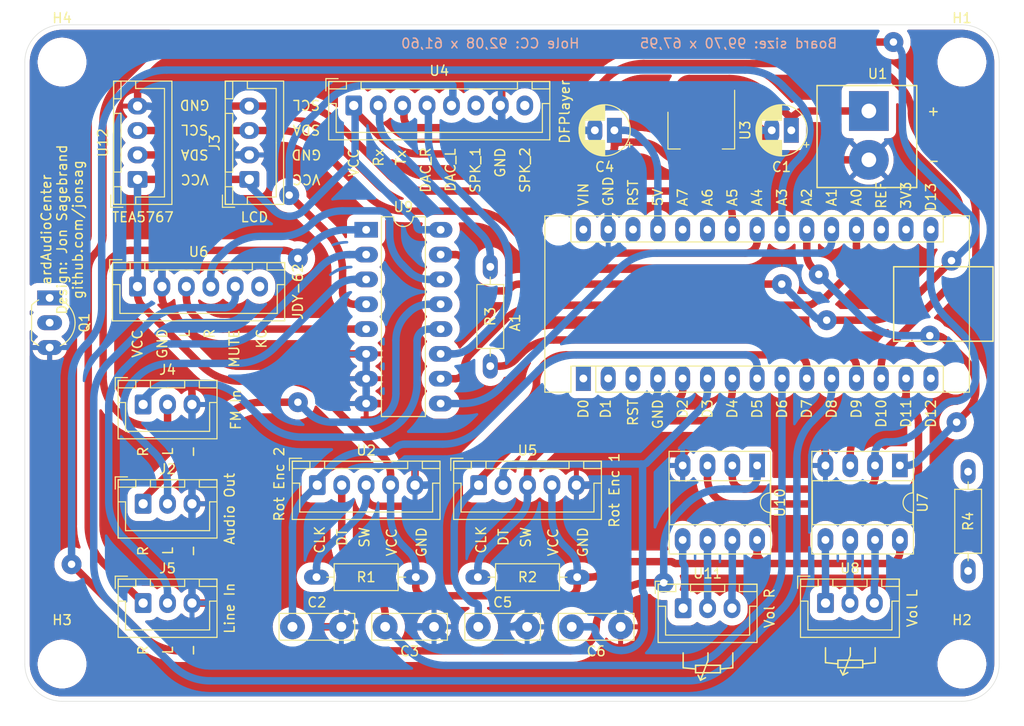
<source format=kicad_pcb>
(kicad_pcb (version 20211014) (generator pcbnew)
  (layers (0 "F.Cu" signal) (31 "B.Cu" signal) (34 "B.Paste" user) (35 "F.Paste" user) (36 "B.SilkS" user "B.Silkscreen") (37 "F.SilkS" user "F.Silkscreen") (38 "B.Mask" user) (39 "F.Mask" user) (44 "Edge.Cuts" user))
  (net 0 "")
  (net 1 "/RotEnc1-CLK")
  (net 2 "/RotEnc1-DT")
  (net 3 "GND")
  (net 4 "/RotEnc1-SW")
  (net 5 "Net-(A1-Pad12)")
  (net 6 "+5V")
  (net 7 "/RotEnc2-CLK")
  (net 8 "/RotEnc2-DT")
  (net 9 "/RotEnc2-SW")
  (net 10 "BT-Mute")
  (net 11 "/DFP-Tx")
  (net 12 "/SPI-COPI")
  (net 13 "/SPI-SCK")
  (net 14 "/MuxA")
  (net 15 "/MuxB")
  (net 16 "/CSVolL")
  (net 17 "/CSVolR")
  (net 18 "/SDA")
  (net 19 "/SCL")
  (net 20 "+12V")
  (net 21 "BTR+")
  (net 22 "BTL+")
  (net 23 "SDL+")
  (net 24 "SDR+")
  (net 25 "Net-(U7-Pad5)")
  (net 26 "Net-(U7-Pad6)")
  (net 27 "Net-(U7-Pad7)")
  (net 28 "Net-(U10-Pad5)")
  (net 29 "Net-(U10-Pad6)")
  (net 30 "Net-(U10-Pad7)")
  (net 31 "/Rout+")
  (net 32 "/Lout+")
  (net 42 "/BT-On")
  (net 43 "/DFP-Rx")
  (net 47 "Net-(J4-Pad1)")
  (net 48 "Net-(J4-Pad2)")
  (net 49 "Net-(J5-Pad1)")
  (net 50 "Net-(J5-Pad2)")
  (net 51 "Net-(Q1-Pad2)")
  (net 52 "Net-(U6-Pad2)")
  (footprint "My_Parts:2-pole_power_in_screw_terminal" (layer "F.Cu") (at 200.66 85.016)
    (fp_text reference "U1")
    (fp_text value "Power In" hide)
  )
  (footprint "MountingHole:MountingHole_3.5mm" (layer "F.Cu") (at 210.185 80.01)
    (fp_text reference "H1")
    (fp_text value "MountingHole")
  )
  (footprint "My_Headers:6-pin JST JDY-62 Bluetooth" (layer "F.Cu") (at 125.83 102.98)
    (fp_text reference "U6")
    (fp_text value "JDY-62_Bluetooth_Module" hide)
  )
  (footprint "My_Misc:DIP-16_W7.62mm_LongPads w socket" (layer "F.Cu") (at 149.225 97.17)
    (fp_text reference "U9")
    (fp_text value "CD4052B")
  )
  (footprint "My_Misc:CP_Radial_D5.0mm_P2.00mm_larger" (layer "F.Cu") (at 174.625 86.995 180)
    (fp_text reference "C4")
    (fp_text value "22u")
  )
  (footprint "My_Headers:3-pin JST Potentiometer" (layer "F.Cu") (at 196.225 135.365)
    (fp_text reference "U8")
    (fp_text value "VolL" hide)
  )
  (footprint "My_Misc:C_Disc_D7.5mm_W2.5mm_P5.00mm_larger" (layer "F.Cu") (at 175.26 137.795 180)
    (fp_text reference "C6")
    (fp_text value "0.47u")
  )
  (footprint "My_Misc:R_Axial_DIN0207_L6.3mm_D2.5mm_P10.16mm_Horizontal_larger_pads" (layer "F.Cu") (at 161.925 100.965 -90)
    (fp_text reference "R3")
    (fp_text value "330R" hide)
  )
  (footprint "My_Headers:4-pin JST TEA5767 FM Radio" (layer "F.Cu") (at 125.84 92.015 90)
    (fp_text reference "U12")
    (fp_text value "FM Radio TEA5767" hide)
  )
  (footprint "My_Headers:3-pin JST Audio" (layer "F.Cu") (at 126.405 125.205)
    (fp_text reference "J2")
    (fp_text value "Audio out" hide)
  )
  (footprint "My_Misc:CP_Radial_D5.0mm_P2.00mm_larger" (layer "F.Cu") (at 192.7251 86.995 180)
    (fp_text reference "C1")
    (fp_text value "10u")
  )
  (footprint "MountingHole:MountingHole_3.5mm" (layer "F.Cu") (at 210.185 141.605)
    (fp_text reference "H2")
    (fp_text value "MountingHole")
  )
  (footprint "MountingHole:MountingHole_3.5mm" (layer "F.Cu") (at 118.11 141.605)
    (fp_text reference "H3")
    (fp_text value "MountingHole")
  )
  (footprint "My_Headers:4-pin JST LCD" (layer "F.Cu") (at 137.27 92.015 90)
    (fp_text reference "J3")
    (fp_text value "LCD" hide)
  )
  (footprint "My_Headers:3-pin JST Audio" (layer "F.Cu") (at 126.405 135.365)
    (fp_text reference "J5")
    (fp_text value "Line In" hide)
  )
  (footprint "MountingHole:MountingHole_3.5mm" (layer "F.Cu") (at 118.11 80.01)
    (fp_text reference "H4")
    (fp_text value "MountingHole")
  )
  (footprint "My_Misc:R_Axial_DIN0207_L6.3mm_D2.5mm_P10.16mm_Horizontal_larger_pads" (layer "F.Cu") (at 210.82 121.92 -90)
    (fp_text reference "R4")
    (fp_text value "220R")
  )
  (footprint "My_Misc:C_Disc_D7.5mm_W2.5mm_P5.00mm_larger" (layer "F.Cu") (at 160.695 137.795)
    (fp_text reference "C5")
    (fp_text value "0.47u")
  )
  (footprint "My_Misc:C_Disc_D7.5mm_W2.5mm_P5.00mm_larger" (layer "F.Cu") (at 141.685 137.795)
    (fp_text reference "C2")
    (fp_text value "0.47u")
  )
  (footprint "My_Headers:3-pin JST Audio" (layer "F.Cu") (at 126.405 115.045)
    (fp_text reference "J4")
    (fp_text value "FM In" hide)
  )
  (footprint "My_Headers:3-pin JST Potentiometer" (layer "F.Cu") (at 181.66 135.89)
    (fp_text reference "U11")
    (fp_text value "VolR" hide)
  )
  (footprint "My_Headers:5-pin JST Rotary Encoder" (layer "F.Cu") (at 144.225 123.3)
    (fp_text reference "U2")
    (fp_text value "Rotary encoder 2" hide)
  )
  (footprint "My_Misc:C_Disc_D7.5mm_W2.5mm_P5.00mm_larger" (layer "F.Cu") (at 156.17 137.795 180)
    (fp_text reference "C3")
    (fp_text value "0.47u")
  )
  (footprint "Package_TO_SOT_SMD:SOT-223-3_TabPin2" (layer "F.Cu") (at 183.515 86.995 -90)
    (fp_text reference "U3")
    (fp_text value "AMS1117-5.0")
  )
  (footprint "My_Arduino:Arduino_Nano_WithMountingHoles_larger" (layer "F.Cu") (at 171.45 112.385 90)
    (fp_text reference "A1")
    (fp_text value "Arduino_Nano_v3.x")
  )
  (footprint "My_Headers:5-pin JST Rotary Encoder" (layer "F.Cu") (at 160.735 123.3)
    (fp_text reference "U5")
    (fp_text value "Rotary encoder 1" hide)
  )
  (footprint "My_Misc:DIP-8_W7.62mm_Socket_w_dip_packet_LongPads" (layer "F.Cu") (at 203.835 121.285 -90)
    (fp_text reference "U7")
    (fp_text value "MCP41010" hide)
  )
  (footprint "My_Headers:8-pin JST DFPlayer Mini" (layer "F.Cu") (at 147.955 84.455)
    (fp_text reference "U4")
    (fp_text value "DFPlayer_Mini" hide)
  )
  (footprint "My_Misc:R_Axial_DIN0207_L6.3mm_D2.5mm_P10.16mm_Horizontal_larger_pads" (layer "F.Cu") (at 144.145 132.715)
    (fp_text reference "R1")
    (fp_text value "10k" hide)
  )
  (footprint "My_Misc:DIP-8_W7.62mm_Socket_w_dip_packet_LongPads" (layer "F.Cu") (at 189.23 121.285 -90)
    (fp_text reference "U10")
    (fp_text value "MCP41010" hide)
  )
  (footprint "My_Misc:R_Axial_DIN0207_L6.3mm_D2.5mm_P10.16mm_Horizontal_larger_pads" (layer "F.Cu") (at 160.655 132.715)
    (fp_text reference "R2")
    (fp_text value "10k" hide)
  )
  (footprint "My_Misc:TO-92_Inline_Wide_large" (layer "F.Cu") (at 116.84 104.14 -90)
    (fp_text reference "Q1")
    (fp_text value "BS170")
  )
  (gr_arc (start 118.11 145.415) (mid 115.415923 144.299077) (end 114.3 141.605) (layer "Edge.Cuts") (width 0.05))
  (gr_arc (start 210.185 76.2) (mid 212.879077 77.315923) (end 213.995 80.01) (layer "Edge.Cuts") (width 0.05))
  (gr_arc (start 213.995 141.605) (mid 212.879077 144.299077) (end 210.185 145.415) (layer "Edge.Cuts") (width 0.05))
  (gr_line (start 114.3 141.605) (end 114.3 80.01) (layer "Edge.Cuts") (width 0.05))
  (gr_line (start 213.995 141.605) (end 213.995 80.01) (layer "Edge.Cuts") (width 0.05))
  (gr_arc (start 114.3 80.01) (mid 115.415923 77.315923) (end 118.11 76.2) (layer "Edge.Cuts") (width 0.05))
  (gr_line (start 118.11 145.415) (end 210.185 145.415) (layer "Edge.Cuts") (width 0.05))
  (gr_line (start 210.185 76.2) (end 118.11 76.2) (layer "Edge.Cuts") (width 0.05))
  (gr_text "Board size: 99,70 x 67,95" (at 187.325 78.105) (layer "B.SilkS") (effects (font (size 1 1)) (justify mirror)))
  (gr_text "Hole CC: 92,08 x 61,60" (at 161.925 78.105) (layer "B.SilkS") (effects (font (size 1 1)) (justify mirror)))
  (gr_text "JDY-62" (at 142.24 103.505 90) (layer "F.SilkS") (effects (font (size 1 1))))
  (gr_text "Vol L" (at 205.105 135.89 90) (layer "F.SilkS") (effects (font (size 1 1))))
  (gr_text "DFPlayer" (at 169.545 85.09 90) (layer "F.SilkS") (effects (font (size 1 1))))
  (gr_text "LCD" (at 137.795 95.885) (layer "F.SilkS") (effects (font (size 1 1))))
  (gr_text "TEA5767" (at 126.365 95.885) (layer "F.SilkS") (effects (font (size 1 1))))
  (gr_text "FM In" (at 135.89 115.57 90) (layer "F.SilkS") (effects (font (size 1 1))))
  (gr_text "Audio Out" (at 135.255 125.73 90) (layer "F.SilkS") (effects (font (size 1 1))))
  (gr_text "ardAudioCenter\nDesign: Jon Sagebrand\ngithub.com/jonsag" (at 118.11 97.155 90) (layer "F.SilkS") (effects (font (size 1 1))))
  (gr_text "Rot Enc 2" (at 140.335 123.19 90) (layer "F.SilkS") (effects (font (size 1 1))))
  (gr_text "Line In" (at 135.255 135.89 90) (layer "F.SilkS") (effects (font (size 1 1))))
  (gr_text "Rot Enc 1" (at 174.625 123.825 90) (layer "F.SilkS") (effects (font (size 1 1))))
  (gr_text "Vol R" (at 190.5 135.89 90) (layer "F.SilkS") (effects (font (size 1 1))))
  (segment (start 160.735 123.04195) (end 160.735 123.3) (width 0.762) (layer "F.Cu") (net 1))
  (segment (start 181.61 113.59165) (end 181.61 112.385) (width 0.762) (layer "F.Cu") (net 1))
  (segment (start 160.917468 122.601431) (end 167.126807 116.392092) (width 0.762) (layer "F.Cu") (net 1))
  (segment (start 170.974563 114.7983) (end 180.40335 114.7983) (width 0.762) (layer "F.Cu") (net 1))
  (arc (start 170.974563 114.7983) (mid 168.892172 115.212513) (end 167.126807 116.392092) (width 0.762) (layer "F.Cu") (net 1))
  (arc (start 160.917468 122.601431) (mid 160.782421 122.803542) (end 160.735 123.04195) (width 0.762) (layer "F.Cu") (net 1))
  (arc (start 181.61 113.59165) (mid 181.25658 114.44488) (end 180.40335 114.7983) (width 0.762) (layer "F.Cu") (net 1))
  (segment (start 159.1519 134.4635) (end 159.849164 135.160764) (width 0.762) (layer "B.Cu") (net 1))
  (segment (start 159.48435 124.55065) (end 160.735 123.3) (width 0.762) (layer "B.Cu") (net 1))
  (segment (start 158.2337 132.246769) (end 158.2337 127.569986) (width 0.762) (layer "B.Cu") (net 1))
  (segment (start 160.695 135.69415) (end 160.695 137.795) (width 0.762) (layer "B.Cu") (net 1))
  (arc (start 159.48435 124.55065) (mid 158.558733 125.935933) (end 158.2337 127.569986) (width 0.762) (layer "B.Cu") (net 1))
  (arc (start 160.695 135.69415) (mid 160.603485 135.473214) (end 160.38255 135.3817) (width 0.762) (layer "B.Cu") (net 1))
  (arc (start 159.849164 135.160764) (mid 160.093883 135.32428) (end 160.38255 135.3817) (width 0.762) (layer "B.Cu") (net 1))
  (arc (start 158.2337 132.246769) (mid 158.472332 133.446455) (end 159.1519 134.4635) (width 0.762) (layer "B.Cu") (net 1))
  (segment (start 172.982623 138.979223) (end 173.471965 139.468565) (width 0.762) (layer "B.Cu") (net 2))
  (segment (start 184.15 113.59165) (end 184.15 112.385) (width 0.762) (layer "B.Cu") (net 2))
  (segment (start 177.508 134.062696) (end 177.508 121.2905) (width 0.762) (layer "B.Cu") (net 2))
  (segment (start 172.23585 137.795) (end 170.26 137.795) (width 0.762) (layer "B.Cu") (net 2))
  (segment (start 164.31465 121.1407) (end 177.3582 121.1407) (width 0.762) (layer "B.Cu") (net 2))
  (segment (start 177.3582 121.1407) (end 177.6578 121.1407) (width 0.762) (layer "B.Cu") (net 2))
  (segment (start 177.913524 121.034775) (end 183.296769 115.65153) (width 0.762) (layer "B.Cu") (net 2))
  (segment (start 163.235 122.22035) (end 163.235 123.3) (width 0.762) (layer "B.Cu") (net 2))
  (segment (start 175.2745 140.2152) (end 175.379907 140.2152) (width 0.762) (layer "B.Cu") (net 2))
  (segment (start 177.6746 134.464903) (end 177.6746 137.920507) (width 0.762) (layer "B.Cu") (net 2))
  (arc (start 173.471965 139.468565) (mid 174.298975 140.021155) (end 175.2745 140.2152) (width 0.762) (layer "B.Cu") (net 2))
  (arc (start 164.31465 121.1407) (mid 163.551222 121.456922) (end 163.235 122.22035) (width 0.762) (layer "B.Cu") (net 2))
  (arc (start 177.6578 121.1407) (mid 177.551875 121.184575) (end 177.508 121.2905) (width 0.762) (layer "B.Cu") (net 2))
  (arc (start 177.508 134.062696) (mid 177.529648 134.171532) (end 177.5913 134.2638) (width 0.762) (layer "B.Cu") (net 2))
  (arc (start 184.15 113.59165) (mid 183.928252 114.706449) (end 183.296769 115.65153) (width 0.762) (layer "B.Cu") (net 2))
  (arc (start 177.5913 134.2638) (mid 177.652951 134.356067) (end 177.6746 134.464903) (width 0.762) (layer "B.Cu") (net 2))
  (arc (start 172.6733 138.23245) (mid 172.545173 137.923126) (end 172.23585 137.795) (width 0.762) (layer "B.Cu") (net 2))
  (arc (start 172.6733 138.23245) (mid 172.75369 138.6366) (end 172.982623 138.979223) (width 0.762) (layer "B.Cu") (net 2))
  (arc (start 177.508 121.2905) (mid 177.464124 121.184575) (end 177.3582 121.1407) (width 0.762) (layer "B.Cu") (net 2))
  (arc (start 177.0025 139.5431) (mid 176.258048 140.040526) (end 175.379907 140.2152) (width 0.762) (layer "B.Cu") (net 2))
  (arc (start 177.6746 137.920507) (mid 177.499926 138.798648) (end 177.0025 139.5431) (width 0.762) (layer "B.Cu") (net 2))
  (arc (start 177.913524 121.034775) (mid 177.796196 121.11317) (end 177.6578 121.1407) (width 0.762) (layer "B.Cu") (net 2))
  (segment (start 178.203963 120.0783) (end 181.00665 120.0783) (width 0.762) (layer "F.Cu") (net 3))
  (segment (start 171.73165 123.3) (end 170.735 123.3) (width 0.762) (layer "F.Cu") (net 3))
  (segment (start 163.095 82.439711) (end 163.095 84.565) (width 0.762) (layer "F.Cu") (net 3))
  (segment (start 131.405 113.96535) (end 131.405 115.045) (width 0.762) (layer "F.Cu") (net 3))
  (segment (start 187.1654 83.845) (end 185.815 83.845) (width 0.762) (layer "F.Cu") (net 3))
  (segment (start 174.356206 121.672092) (end 173.433037 122.595262) (width 0.762) (layer "F.Cu") (net 3))
  (segment (start 128.33 100.833003) (end 128.33 102.05775) (width 0.762) (layer "F.Cu") (net 3))
  (segment (start 123.8356 103.44055) (end 123.8356 102.103261) (width 0.762) (layer "F.Cu") (net 3))
  (segment (start 181.61 120.68165) (end 181.61 121.285) (width 0.762) (layer "F.Cu") (net 3))
  (segment (start 189.505814 86.728314) (end 188.092188 85.314688) (width 0.762) (layer "F.Cu") (net 3))
  (segment (start 141.539646 135.365) (end 131.405 135.365) (width 0.762) (layer "F.Cu") (net 3))
  (segment (start 128.982129 105.476629) (end 131.781707 108.276207) (width 0.762) (layer "F.Cu") (net 3))
  (segment (start 135.629463 109.87) (end 149.225 109.87) (width 0.762) (layer "F.Cu") (net 3))
  (segment (start 125.84 82.637736) (end 125.84 84.515) (width 0.762) (layer "F.Cu") (net 3))
  (segment (start 150.43165 114.95) (end 149.225 114.95) (width 0.762) (layer "F.Cu") (net 3))
  (segment (start 152.93165 116.24335) (end 152.49153 115.80323) (width 0.762) (layer "F.Cu") (net 3))
  (segment (start 154.225 119.365773) (end 154.225 123.3) (width 0.762) (layer "F.Cu") (net 3))
  (segment (start 144.6865 137.795) (end 146.685 137.795) (width 0.762) (layer "F.Cu") (net 3))
  (segment (start 128.300296 100.8033) (end 125.135561 100.8033) (width 0.762) (layer "F.Cu") (net 3))
  (segment (start 196.215 120.07835) (end 196.215 121.285) (width 0.762) (layer "F.Cu") (net 3))
  (segment (start 128.33 102.05775) (end 128.33 103.90225) (width 0.762) (layer "F.Cu") (net 3))
  (segment (start 163.012888 82.3576) (end 126.120136 82.3576) (width 0.762) (layer "F.Cu") (net 3))
  (segment (start 183.669795 118.8717) (end 195.00835 118.8717) (width 0.762) (layer "F.Cu") (net 3))
  (segment (start 190.14965 86.995) (end 190.7251 86.995) (width 0.762) (layer "F.Cu") (net 3))
  (segment (start 193.641998 90.016) (end 200.66 90.016) (width 0.762) (layer "F.Cu") (net 3))
  (segment (start 190.039185 88.015985) (end 190.90585 88.88265) (width 0.762) (layer "F.Cu") (net 3))
  (segment (start 143.978392 136.672092) (end 143.4715 136.1652) (width 0.762) (layer "F.Cu") (net 3))
  (segment (start 125.161955 106.642655) (end 130.641572 112.122272) (width 0.762) (layer "F.Cu") (net 3))
  (segment (start 182.213299 119.474999) (end 182.036632 119.651667) (width 0.762) (layer "F.Cu") (net 3))
  (arc (start 152.49153 115.80323) (mid 151.546449 115.171747) (end 150.43165 114.95) (width 0.762) (layer "F.Cu") (net 3))
  (arc (start 187.7083 84.3879) (mid 187.808069 84.889474) (end 188.092188 85.314688) (width 0.762) (layer "F.Cu") (net 3))
  (arc (start 125.135561 100.8033) (mid 124.638087 100.902253) (end 124.21635 101.18405) (width 0.762) (layer "F.Cu") (net 3))
  (arc (start 183.669795 118.8717) (mid 182.881545 119.028492) (end 182.213299 119.474999) (width 0.762) (layer "F.Cu") (net 3))
  (arc (start 131.781707 108.276207) (mid 133.547072 109.455786) (end 135.629463 109.87) (width 0.762) (layer "F.Cu") (net 3))
  (arc (start 143.978392 136.672092) (mid 144.195471 136.996974) (end 144.2717 137.3802) (width 0.762) (layer "F.Cu") (net 3))
  (arc (start 144.2717 137.3802) (mid 144.393192 137.673507) (end 144.6865 137.795) (width 0.762) (layer "F.Cu") (net 3))
  (arc (start 181.61 120.68165) (mid 181.433282 120.255017) (end 181.00665 120.0783) (width 0.762) (layer "F.Cu") (net 3))
  (arc (start 128.33 103.90225) (mid 128.499482 104.754297) (end 128.982129 105.476629) (width 0.762) (layer "F.Cu") (net 3))
  (arc (start 187.7083 84.3879) (mid 187.549288 84.004011) (end 187.1654 83.845) (width 0.762) (layer "F.Cu") (net 3))
  (arc (start 178.203963 120.0783) (mid 176.121572 120.492513) (end 174.356206 121.672092) (width 0.762) (layer "F.Cu") (net 3))
  (arc (start 196.215 120.07835) (mid 195.86158 119.225119) (end 195.00835 118.8717) (width 0.762) (layer "F.Cu") (net 3))
  (arc (start 181.00665 120.0783) (mid 181.564072 119.967421) (end 182.036632 119.651667) (width 0.762) (layer "F.Cu") (net 3))
  (arc (start 130.641572 112.122272) (mid 131.206591 112.967883) (end 131.405 113.96535) (width 0.762) (layer "F.Cu") (net 3))
  (arc (start 173.433037 122.595262) (mid 172.652434 123.116844) (end 171.73165 123.3) (width 0.762) (layer "F.Cu") (net 3))
  (arc (start 182.036632 119.651667) (mid 181.720878 120.124227) (end 181.61 120.68165) (width 0.762) (layer "F.Cu") (net 3))
  (arc (start 163.07095 82.38165) (mid 163.088749 82.408288) (end 163.095 82.439711) (width 0.762) (layer "F.Cu") (net 3))
  (arc (start 189.505814 86.728314) (mid 189.801208 86.92569) (end 190.14965 86.995) (width 0.762) (layer "F.Cu") (net 3))
  (arc (start 190.14965 86.995) (mid 189.882964 87.105464) (end 189.7725 87.37215) (width 0.762) (layer "F.Cu") (net 3))
  (arc (start 190.90585 88.88265) (mid 192.161205 89.721451) (end 193.641998 90.016) (width 0.762) (layer "F.Cu") (net 3))
  (arc (start 152.93165 116.24335) (mid 153.888869 117.675929) (end 154.225 119.365773) (width 0.762) (layer "F.Cu") (net 3))
  (arc (start 128.3213 100.812) (mid 128.327738 100.821636) (end 128.33 100.833003) (width 0.762) (layer "F.Cu") (net 3))
  (arc (start 189.7725 87.37215) (mid 189.841809 87.720591) (end 190.039185 88.015985) (width 0.762) (layer "F.Cu") (net 3))
  (arc (start 123.8356 103.44055) (mid 124.180308 105.173516) (end 125.161955 106.642655) (width 0.762) (layer "F.Cu") (net 3))
  (arc (start 128.3213 100.812) (mid 128.311663 100.805561) (end 128.300296 100.8033) (width 0.762) (layer "F.Cu") (net 3))
  (arc (start 124.21635 101.18405) (mid 123.934553 101.605787) (end 123.8356 102.103261) (width 0.762) (layer "F.Cu") (net 3))
  (arc (start 143.4715 136.1652) (mid 142.585157 135.572965) (end 141.539646 135.365) (width 0.762) (layer "F.Cu") (net 3))
  (arc (start 163.07095 82.38165) (mid 163.04431 82.36385) (end 163.012888 82.3576) (width 0.762) (layer "F.Cu") (net 3))
  (arc (start 126.120136 82.3576) (mid 126.012932 82.378924) (end 125.92205 82.43965) (width 0.762) (layer "F.Cu") (net 3))
  (arc (start 189.7725 87.37215) (mid 189.70319 87.023708) (end 189.505814 86.728314) (width 0.762) (layer "F.Cu") (net 3))
  (arc (start 125.92205 82.43965) (mid 125.861324 82.530532) (end 125.84 82.637736) (width 0.762) (layer "F.Cu") (net 3))
  (segment (start 172.336704 123.3) (end 170.735 123.3) (width 0.762) (layer "B.Cu") (net 3))
  (segment (start 154.1715 137.795) (end 156.00965 137.795) (width 0.762) (layer "B.Cu") (net 3))
  (segment (start 173.99 92.2562) (end 173.99 97.145) (width 0.762) (layer "B.Cu") (net 3))
  (segment (start 131.405 127.548144) (end 131.405 135.365) (width 0.762) (layer "B.Cu") (net 3))
  (segment (start 187.60335 85.77855) (end 188.146174 86.321374) (width 0.762) (layer "B.Cu") (net 3))
  (segment (start 170.911113 86.995) (end 171.67235 86.995) (width 0.762) (layer "B.Cu") (net 3))
  (segment (start 164.914997 137.368402) (end 165.8854 136.398) (width 0.762) (layer "B.Cu") (net 3))
  (segment (start 165.0917 137.795) (end 163.8851 137.795) (width 0.762) (layer "B.Cu") (net 3))
  (segment (start 179.07 113.59165) (end 179.07 112.385) (width 0.762) (layer "B.Cu") (net 3))
  (segment (start 163.095 85.64465) (end 163.095 84.565) (width 0.762) (layer "B.Cu") (net 3))
  (segment (start 162.95643 139.040269) (end 162.5281 139.4686) (width 0.762) (layer "B.Cu") (net 3))
  (segment (start 173.012904 135.001) (end 169.258056 135.001) (width 0.762) (layer "B.Cu") (net 3))
  (segment (start 174.4614 135.3817) (end 173.931995 135.3817) (width 0.762) (layer "B.Cu") (net 3))
  (segment (start 177.86335 114.7983) (end 168.884763 114.7983) (width 0.762) (layer "B.Cu") (net 3))
  (segment (start 184.666579 84.5621) (end 172.787224 84.5621) (width 0.762) (layer "B.Cu") (net 3))
  (segment (start 128.6744 100.232772) (end 128.6744 89.992367) (width 0.762) (layer "B.Cu") (net 3))
  (segment (start 172.625 88.960799) (end 172.625 87.94765) (width 0.762) (layer "B.Cu") (net 3))
  (segment (start 170.449 86.32805) (end 170.449 86.532886) (width 0.762) (layer "B.Cu") (net 3))
  (segment (start 127.9993 88.362532) (end 127.9993 85.59465) (width 0.762) (layer "B.Cu") (net 3))
  (segment (start 136.19035 89.515) (end 137.27 89.515) (width 0.762) (layer "B.Cu") (net 3))
  (segment (start 156.11655 137.795) (end 156.00965 137.795) (width 0.762) (layer "B.Cu") (net 3))
  (segment (start 173.2821 124.245395) (end 173.2821 134.731804) (width 0.762) (layer "B.Cu") (net 3))
  (segment (start 126.91965 84.515) (end 125.84 84.515) (width 0.762) (layer "B.Cu") (net 3))
  (segment (start 165.0917 137.795) (end 165.695 137.795) (width 0.762) (layer "B.Cu") (net 3))
  (segment (start 128.33 101.064227) (end 128.33 102.98) (width 0.762) (layer "B.Cu") (net 3))
  (segment (start 155.22165 123.3) (end 154.225 123.3) (width 0.762) (layer "B.Cu") (net 3))
  (segment (start 149.225 113.68) (end 149.225 114.95) (width 0.762) (layer "B.Cu") (net 3))
  (segment (start 134.03105 89.515) (end 129.151767 89.515) (width 0.762) (layer "B.Cu") (net 3))
  (segment (start 152.94025 136.14895) (end 153.463392 136.672092) (width 0.762) (layer "B.Cu") (net 3))
  (segment (start 163.7417 137.795) (end 163.8851 137.795) (width 0.762) (layer "B.Cu") (net 3))
  (segment (start 150.63565 135.3325) (end 150.969165 135.3325) (width 0.762) (layer "B.Cu") (net 3))
  (segment (start 157.473854 139.098854) (end 156.207794 137.832794) (width 0.762) (layer "B.Cu") (net 3))
  (segment (start 131.405 122.861856) (end 131.405 115.045) (width 0.762) (layer "B.Cu") (net 3))
  (segment (start 136.19035 89.515) (end 134.03105 89.515) (width 0.762) (layer "B.Cu") (net 3))
  (segment (start 175.26 136.1803) (end 175.26 137.795) (width 0.762) (layer "B.Cu") (net 3))
  (segment (start 189.77245 86.995) (end 190.7251 86.995) (width 0.762) (layer "B.Cu") (net 3))
  (segment (start 161.474069 119.95503) (end 165.037007 116.392092) (width 0.762) (layer "B.Cu") (net 3))
  (segment (start 149.225 111.14) (end 149.225 113.68) (width 0.762) (layer "B.Cu") (net 3))
  (segment (start 160.18585 140.2222) (end 160.708748 140.2222) (width 0.762) (layer "B.Cu") (net 3))
  (segment (start 156.923037 122.595261) (end 158.21213 121.306169) (width 0.762) (layer "B.Cu") (net 3))
  (segment (start 148.095219 136.38478) (end 146.685 137.795) (width 0.762) (layer "B.Cu") (net 3))
  (segment (start 170.257586 86.7243) (end 164.17465 86.7243) (width 0.762) (layer "B.Cu") (net 3))
  (segment (start 149.225 111.14) (end 149.225 109.87) (width 0.762) (layer "B.Cu") (net 3))
  (segment (start 170.729191 85.651608) (end 171.13385 85.24695) (width 0.762) (layer "B.Cu") (net 3))
  (segment (start 131.405 122.861856) (end 131.405 127.548144) (width 0.762) (layer "B.Cu") (net 3))
  (arc (start 172.625 87.94765) (mid 172.345975 87.274024) (end 171.67235 86.995) (width 0.762) (layer "B.Cu") (net 3))
  (arc (start 169.258056 135.001) (mid 167.432787 135.364068) (end 165.8854 136.398) (width 0.762) (layer "B.Cu") (net 3))
  (arc (start 127.9993 88.362532) (mid 128.087026 88.803562) (end 128.33685 89.17745) (width 0.762) (layer "B.Cu") (net 3))
  (arc (start 153.463392 136.672092) (mid 153.680471 136.996974) (end 153.7567 137.3802) (width 0.762) (layer "B.Cu") (net 3))
  (arc (start 173.0052 123.5769) (mid 173.210136 123.883608) (end 173.2821 124.245395) (width 0.762) (layer "B.Cu") (net 3))
  (arc (start 161.474069 119.95503) (mid 160.725774 120.455025) (end 159.8431 120.6306) (width 0.762) (layer "B.Cu") (net 3))
  (arc (start 170.257586 86.7243) (mid 170.392936 86.668236) (end 170.449 86.532886) (width 0.762) (layer "B.Cu") (net 3))
  (arc (start 128.33685 89.17745) (mid 128.710737 89.427273) (end 129.151767 89.515) (width 0.762) (layer "B.Cu") (net 3))
  (arc (start 159.8431 120.6306) (mid 158.960425 120.806174) (end 158.21213 121.306169) (width 0.762) (layer "B.Cu") (net 3))
  (arc (start 162.5281 139.4686) (mid 161.693374 140.026345) (end 160.708748 140.2222) (width 0.762) (layer "B.Cu") (net 3))
  (arc (start 164.914997 137.368402) (mid 164.860826 137.640735) (end 165.0917 137.795) (width 0.762) (layer "B.Cu") (net 3))
  (arc (start 172.787224 84.5621) (mid 171.892424 84.740086) (end 171.13385 85.24695) (width 0.762) (layer "B.Cu") (net 3))
  (arc (start 128.6744 89.992367) (mid 128.586673 89.551337) (end 128.33685 89.17745) (width 0.762) (layer "B.Cu") (net 3))
  (arc (start 172.625 88.960799) (mid 172.802375 89.852528) (end 173.3075 90.6085) (width 0.762) (layer "B.Cu") (net 3))
  (arc (start 170.729191 85.651608) (mid 170.521819 85.961962) (end 170.449 86.32805) (width 0.762) (layer "B.Cu") (net 3))
  (arc (start 127.9993 85.59465) (mid 127.683077 84.831222) (end 126.91965 84.515) (width 0.762) (layer "B.Cu") (net 3))
  (arc (start 173.47245 135.19135) (mid 173.261608 135.05047) (end 173.012904 135.001) (width 0.762) (layer "B.Cu") (net 3))
  (arc (start 128.6744 100.232772) (mid 128.629646 100.457762) (end 128.5022 100.6485) (width 0.762) (layer "B.Cu") (net 3))
  (arc (start 188.146174 86.321374) (mid 188.892315 86.81993) (end 189.77245 86.995) (width 0.762) (layer "B.Cu") (net 3))
  (arc (start 156.923037 122.595261) (mid 156.142434 123.116844) (end 155.22165 123.3) (width 0.762) (layer "B.Cu") (net 3))
  (arc (start 163.7417 137.795) (mid 163.41643 137.92973) (end 163.2817 138.255) (width 0.762) (layer "B.Cu") (net 3))
  (arc (start 170.58435 86.85965) (mid 170.434429 86.759476) (end 170.257586 86.7243) (width 0.762) (layer "B.Cu") (net 3))
  (arc (start 170.58435 86.85965) (mid 170.73427 86.959823) (end 170.911113 86.995) (width 0.762) (layer "B.Cu") (net 3))
  (arc (start 156.207794 137.832794) (mid 156.165931 137.804822) (end 156.11655 137.795) (width 0.762) (layer "B.Cu") (net 3))
  (arc (start 163.8851 137.795) (mid 164.442476 137.68413) (end 164.914997 137.368402) (width 0.762) (layer "B.Cu") (net 3))
  (arc (start 170.449 86.532886) (mid 170.484176 86.709729) (end 170.58435 86.85965) (width 0.762) (layer "B.Cu") (net 3))
  (arc (start 173.012904 135.001) (mid 173.203254 134.922154) (end 173.2821 134.731804) (width 0.762) (layer "B.Cu") (net 3))
  (arc (start 173.3075 90.6085) (mid 173.812624 91.364471) (end 173.99 92.2562) (width 0.762) (layer "B.Cu") (net 3))
  (arc (start 163.095 85.64465) (mid 163.411222 86.408077) (end 164.17465 86.7243) (width 0.762) (layer "B.Cu") (net 3))
  (arc (start 157.473854 139.098854) (mid 158.718128 139.930251) (end 160.18585 140.2222) (width 0.762) (layer "B.Cu") (net 3))
  (arc (start 175.26 136.1803) (mid 175.026095 135.615604) (end 174.4614 135.3817) (width 0.762) (layer "B.Cu") (net 3))
  (arc (start 173.2821 134.731804) (mid 173.33157 134.980508) (end 173.47245 135.19135) (width 0.762) (layer "B.Cu") (net 3))
  (arc (start 152.94025 136.14895) (mid 152.035908 135.544688) (end 150.969165 135.3325) (width 0.762) (layer "B.Cu") (net 3))
  (arc (start 173.47245 135.19135) (mid 173.683291 135.332229) (end 173.931995 135.3817) (width 0.762) (layer "B.Cu") (net 3))
  (arc (start 129.151767 89.515) (mid 128.814217 89.654817) (end 128.6744 89.992367) (width 0.762) (layer "B.Cu") (net 3))
  (arc (start 128.5022 100.6485) (mid 128.374753 100.839237) (end 128.33 101.064227) (width 0.762) (layer "B.Cu") (net 3))
  (arc (start 163.2817 138.255) (mid 163.197165 138.679984) (end 162.95643 139.040269) (width 0.762) (layer "B.Cu") (net 3))
  (arc (start 150.63565 135.3325) (mid 149.260778 135.605978) (end 148.095219 136.38478) (width 0.762) (layer "B.Cu") (net 3))
  (arc (start 168.884763 114.7983) (mid 166.802372 115.212513) (end 165.037007 116.392092) (width 0.762) (layer "B.Cu") (net 3))
  (arc (start 179.07 113.59165) (mid 178.71658 114.44488) (end 177.86335 114.7983) (width 0.762) (layer "B.Cu") (net 3))
  (arc (start 173.0052 123.5769) (mid 172.698491 123.371963) (end 172.336704 123.3) (width 0.762) (layer "B.Cu") (net 3))
  (arc (start 153.7567 137.3802) (mid 153.878192 137.673507) (end 154.1715 137.795) (width 0.762) (layer "B.Cu") (net 3))
  (arc (start 187.60335 85.77855) (mid 186.255948 84.878245) (end 184.666579 84.5621) (width 0.762) (layer "B.Cu") (net 3))
  (segment (start 185.732799 115.755499) (end 185.836769 115.65153) (width 0.762) (layer "F.Cu") (net 4))
  (segment (start 165.735 122.22035) (end 165.735 123.3) (width 0.762) (layer "F.Cu") (net 4))
  (segment (start 183.421914 116.7127) (end 172.416963 116.7127) (width 0.762) (layer "F.Cu") (net 4))
  (segment (start 168.569206 118.306492) (end 166.498427 120.377272) (width 0.762) (layer "F.Cu") (net 4))
  (segment (start 186.69 113.59165) (end 186.69 112.385) (width 0.762) (layer "F.Cu") (net 4))
  (arc (start 172.416963 116.7127) (mid 170.334572 117.126913) (end 168.569206 118.306492) (width 0.762) (layer "F.Cu") (net 4))
  (arc (start 185.732799 115.755499) (mid 184.672556 116.463931) (end 183.421914 116.7127) (width 0.762) (layer "F.Cu") (net 4))
  (arc (start 166.498427 120.377272) (mid 165.933408 121.222883) (end 165.735 122.22035) (width 0.762) (layer "F.Cu") (net 4))
  (arc (start 186.69 113.59165) (mid 186.468252 114.706449) (end 185.836769 115.65153) (width 0.762) (layer "F.Cu") (net 4))
  (segment (start 165.735 124.51485) (end 165.735 123.3) (width 0.762) (layer "B.Cu") (net 4))
  (segment (start 164.875971 126.588728) (end 161.328625 130.136074) (width 0.762) (layer "B.Cu") (net 4))
  (segment (start 160.655 131.76235) (end 160.655 132.715) (width 0.762) (layer "B.Cu") (net 4))
  (arc (start 161.328625 130.136074) (mid 160.830069 130.882215) (end 160.655 131.76235) (width 0.762) (layer "B.Cu") (net 4))
  (arc (start 165.735 124.51485) (mid 165.511745 125.637224) (end 164.875971 126.588728) (width 0.762) (layer "B.Cu") (net 4))
  (segment (start 168.405346 108.445) (end 194.04656 108.445) (width 0.762) (layer "F.Cu") (net 5))
  (segment (start 165.170299 109.784999) (end 164.503925 110.451374) (width 0.762) (layer "F.Cu") (net 5))
  (segment (start 198.18335 109.9717) (end 197.732339 109.9717) (width 0.762) (layer "F.Cu") (net 5))
  (segment (start 199.39 111.17835) (end 199.39 112.385) (width 0.762) (layer "F.Cu") (net 5))
  (segment (start 162.87765 111.125) (end 161.925 111.125) (width 0.762) (layer "F.Cu") (net 5))
  (arc (start 195.88945 109.20835) (mid 196.734974 109.773311) (end 197.732339 109.9717) (width 0.762) (layer "F.Cu") (net 5))
  (arc (start 195.88945 109.20835) (mid 195.043924 108.643388) (end 194.04656 108.445) (width 0.762) (layer "F.Cu") (net 5))
  (arc (start 164.503925 110.451374) (mid 163.757783 110.94993) (end 162.87765 111.125) (width 0.762) (layer "F.Cu") (net 5))
  (arc (start 168.405346 108.445) (mid 166.654551 108.793254) (end 165.170299 109.784999) (width 0.762) (layer "F.Cu") (net 5))
  (arc (start 199.39 111.17835) (mid 199.03658 110.325119) (end 198.18335 109.9717) (width 0.762) (layer "F.Cu") (net 5))
  (segment (start 148.27517 85.25477) (end 150.834907 87.814507) (width 0.762) (layer "F.Cu") (net 6))
  (segment (start 174.625 88.8049) (end 174.625 87.5983) (width 0.762) (layer "F.Cu") (net 6))
  (segment (start 174.02165 89.4083) (end 154.682663 89.4083) (width 0.762) (layer "F.Cu") (net 6))
  (segment (start 125.83 103.7375) (end 125.83 102.98) (width 0.762) (layer "F.Cu") (net 6))
  (segment (start 150.961572 120.377272) (end 144.834392 114.250092) (width 0.762) (layer "F.Cu") (net 6))
  (segment (start 190.43665 131.3183) (end 188.02335 131.3183) (width 0.762) (layer "F.Cu") (net 6))
  (segment (start 203.835 130.11165) (end 203.835 128.905) (width 0.762) (layer "F.Cu") (net 6))
  (segment (start 175.939526 131.1268) (end 180.426389 131.1268) (width 0.762) (layer "F.Cu") (net 6))
  (segment (start 182.8417 90.145) (end 181.70115 90.145) (width 0.762) (layer "F.Cu") (net 6))
  (segment (start 190.43665 131.3183) (end 202.62835 131.3183) (width 0.762) (layer "F.Cu") (net 6))
  (segment (start 183.515 89.45089) (end 183.515 83.845) (width 0.762) (layer "F.Cu") (net 6))
  (segment (start 180.88871 131.3183) (end 188.02335 131.3183) (width 0.762) (layer "F.Cu") (net 6))
  (segment (start 154.305 133.66765) (end 154.305 132.715) (width 0.762) (layer "F.Cu") (net 6))
  (segment (start 183.0195 90.145) (end 182.8417 90.145) (width 0.762) (layer "F.Cu") (net 6))
  (segment (start 132.397507 111.062507) (end 126.365633 105.030633) (width 0.762) (layer "F.Cu") (net 6))
  (segment (start 183.171261 90.082138) (end 183.3117 89.9417) (width 0.762) (layer "F.Cu") (net 6))
  (segment (start 183.1973 90.145) (end 183.515 90.145) (width 0.762) (layer "F.Cu") (net 6))
  (segment (start 174.625 87.5983) (end 174.625 86.995) (width 0.762) (layer "F.Cu") (net 6))
  (segment (start 136.245263 112.6563) (end 140.986636 112.6563) (width 0.762) (layer "F.Cu") (net 6))
  (segment (start 189.23 130.11165) (end 189.23 128.905) (width 0.762) (layer "F.Cu") (net 6))
  (segment (start 177.154108 88.2016) (end 175.2283 88.2016) (width 0.762) (layer "F.Cu") (net 6))
  (segment (start 172.105273 132.715) (end 171.76765 132.715) (width 0.762) (layer "F.Cu") (net 6))
  (segment (start 148.095 84.8198) (end 148.095 84.565) (width 0.762) (layer "F.Cu") (net 6))
  (segment (start 183.1973 90.145) (end 183.0195 90.145) (width 0.762) (layer "F.Cu") (net 6))
  (segment (start 179.5 89.1733) (end 179.602347 89.275647) (width 0.762) (layer "F.Cu") (net 6))
  (segment (start 155.25765 134.6203) (end 169.86235 134.6203) (width 0.762) (layer "F.Cu") (net 6))
  (segment (start 151.725 122.22035) (end 151.725 123.3) (width 0.762) (layer "F.Cu") (net 6))
  (segment (start 174.625 88.8049) (end 174.625 88.80495) (width 0.762) (layer "F.Cu") (net 6))
  (segment (start 137.27 92.015) (end 125.84 92.015) (width 0.762) (layer "F.Cu") (net 6))
  (arc (start 174.0224 131.9209) (mid 173.142814 132.50862) (end 172.105273 132.715) (width 0.762) (layer "F.Cu") (net 6))
  (arc (start 132.397507 111.062507) (mid 134.162872 112.242086) (end 136.245263 112.6563) (width 0.762) (layer "F.Cu") (net 6))
  (arc (start 125.83 103.7375) (mid 125.969206 104.437338) (end 126.365633 105.030633) (width 0.762) (layer "F.Cu") (net 6))
  (arc (start 148.095 84.8198) (mid 148.141824 85.055204) (end 148.27517 85.25477) (width 0.762) (layer "F.Cu") (net 6))
  (arc (start 174.625 87.5983) (mid 174.801702 88.024897) (end 175.2283 88.2016) (width 0.762) (layer "F.Cu") (net 6))
  (arc (start 203.835 130.11165) (mid 203.48158 130.96488) (end 202.62835 131.3183) (width 0.762) (layer "F.Cu") (net 6))
  (arc (start 154.305 133.66765) (mid 154.584024 134.341275) (end 155.25765 134.6203) (width 0.762) (layer "F.Cu") (net 6))
  (arc (start 189.23 130.11165) (mid 189.583419 130.96488) (end 190.43665 131.3183) (width 0.762) (layer "F.Cu") (net 6))
  (arc (start 174.625 88.80495) (mid 174.448282 89.231582) (end 174.02165 89.4083) (width 0.762) (layer "F.Cu") (net 6))
  (arc (start 188.02335 131.3183) (mid 188.87658 130.96488) (end 189.23 130.11165) (width 0.762) (layer "F.Cu") (net 6))
  (arc (start 175.2283 88.2016) (mid 174.801702 88.378302) (end 174.625 88.8049) (width 0.762) (layer "F.Cu") (net 6))
  (arc (start 179.5 89.1733) (mid 178.423695 88.454136) (end 177.154108 88.2016) (width 0.762) (layer "F.Cu") (net 6))
  (arc (start 180.65755 131.22255) (mid 180.763607 131.293415) (end 180.88871 131.3183) (width 0.762) (layer "F.Cu") (net 6))
  (arc (start 183.171261 90.082138) (mid 183.163279 90.122268) (end 183.1973 90.145) (width 0.762) (layer "F.Cu") (net 6))
  (arc (start 144.834392 114.250092) (mid 143.069026 113.070513) (end 140.986636 112.6563) (width 0.762) (layer "F.Cu") (net 6))
  (arc (start 150.961572 120.377272) (mid 151.526591 121.222883) (end 151.725 122.22035) (width 0.762) (layer "F.Cu") (net 6))
  (arc (start 150.834907 87.814507) (mid 152.600272 88.994086) (end 154.682663 89.4083) (width 0.762) (layer "F.Cu") (net 6))
  (arc (start 175.939526 131.1268) (mid 174.901985 131.333179) (end 174.0224 131.9209) (width 0.762) (layer "F.Cu") (net 6))
  (arc (start 171.76765 132.715) (mid 171.094024 132.994024) (end 170.815 133.66765) (width 0.762) (layer "F.Cu") (net 6))
  (arc (start 170.815 133.66765) (mid 170.535975 134.341275) (end 169.86235 134.6203) (width 0.762) (layer "F.Cu") (net 6))
  (arc (start 183.515 89.45089) (mid 183.462164 89.716514) (end 183.3117 89.9417) (width 0.762) (layer "F.Cu") (net 6))
  (arc (start 180.65755 131.22255) (mid 180.551492 131.151684) (end 180.426389 131.1268) (width 0.762) (layer "F.Cu") (net 6))
  (arc (start 179.602347 89.275647) (mid 180.565286 89.919062) (end 181.70115 90.145) (width 0.762) (layer "F.Cu") (net 6))
  (arc (start 183.0195 90.145) (mid 183.101632 90.128662) (end 183.171261 90.082138) (width 0.762) (layer "F.Cu") (net 6))
  (segment (start 177.203925 87.668625) (end 177.80015 88.26485) (width 0.762) (layer "B.Cu") (net 6))
  (segment (start 148.095 89.866174) (end 148.095 84.565) (width 0.762) (layer "B.Cu") (net 6))
  (segment (start 153.015 129.5197) (end 153.631374 130.136074) (width 0.762) (layer "B.Cu") (net 6))
  (segment (start 151.725 126.405364) (end 151.725 123.3) (width 0.762) (layer "B.Cu") (net 6))
  (segment (start 142.878661 95.151738) (end 147.94815 90.08225) (width 0.762) (layer "B.Cu") (net 6))
  (segment (start 148.04605 90.08225) (end 154.18347 96.21967) (width 0.762) (layer "B.Cu") (net 6))
  (segment (start 168.235 126.405364) (end 168.235 123.3) (width 0.762) (layer "B.Cu") (net 6))
  (segment (start 169.525 129.5197) (end 170.141374 130.136074) (width 0.762) (layer "B.Cu") (net 6))
  (segment (start 154.305 131.76235) (end 154.305 132.715) (width 0.762) (layer "B.Cu") (net 6))
  (segment (start 125.835 92.02) (end 125.84 92.015) (width 0.762) (layer "B.Cu") (net 6))
  (segment (start 154.78275 97.17) (end 156.845 97.17) (width 0.762) (layer "B.Cu") (net 6))
  (segment (start 179.07 91.330539) (end 179.07 97.145) (width 0.762) (layer "B.Cu") (net 6))
  (segment (start 170.815 131.76235) (end 170.815 132.715) (width 0.762) (layer "B.Cu") (net 6))
  (segment (start 137.27 92.32525) (end 137.27 92.015) (width 0.762) (layer "B.Cu") (net 6))
  (segment (start 139.786238 95.151738) (end 137.489379 92.854879) (width 0.762) (layer "B.Cu") (net 6))
  (segment (start 175.57765 86.995) (end 174.625 86.995) (width 0.762) (layer "B.Cu") (net 6))
  (segment (start 125.83 92.032071) (end 125.83 102.98) (width 0.762) (layer "B.Cu") (net 6))
  (arc (start 151.725 126.405364) (mid 152.06026 128.09083) (end 153.015 129.5197) (width 0.762) (layer "B.Cu") (net 6))
  (arc (start 170.141374 130.136074) (mid 170.63993 130.882215) (end 170.815 131.76235) (width 0.762) (layer "B.Cu") (net 6))
  (arc (start 177.203925 87.668625) (mid 176.457783 87.170069) (end 175.57765 86.995) (width 0.762) (layer "B.Cu") (net 6))
  (arc (start 125.835 92.02) (mid 125.831299 92.025538) (end 125.83 92.032071) (width 0.762) (layer "B.Cu") (net 6))
  (arc (start 154.4317 96.81895) (mid 154.53452 97.067179) (end 154.78275 97.17) (width 0.762) (layer "B.Cu") (net 6))
  (arc (start 142.878661 95.151738) (mid 142.169253 95.625749) (end 141.33245 95.7922) (width 0.762) (layer "B.Cu") (net 6))
  (arc (start 148.04605 89.98435) (mid 148.025774 90.0333) (end 148.04605 90.08225) (width 0.762) (layer "B.Cu") (net 6))
  (arc (start 148.04605 90.08225) (mid 147.9971 90.061974) (end 147.94815 90.08225) (width 0.762) (layer "B.Cu") (net 6))
  (arc (start 153.631374 130.136074) (mid 154.12993 130.882215) (end 154.305 131.76235) (width 0.762) (layer "B.Cu") (net 6))
  (arc (start 148.095 89.866174) (mid 148.082278 89.93013) (end 148.04605 89.98435) (width 0.762) (layer "B.Cu") (net 6))
  (arc (start 168.235 126.405364) (mid 168.57026 128.09083) (end 169.525 129.5197) (width 0.762) (layer "B.Cu") (net 6))
  (arc (start 139.786238 95.151738) (mid 140.495646 95.625749) (end 141.33245 95.7922) (width 0.762) (layer "B.Cu") (net 6))
  (arc (start 147.94815 90.08225) (mid 147.9971 90.0333) (end 148.04605 89.98435) (width 0.762) (layer "B.Cu") (net 6))
  (arc (start 177.80015 88.26485) (mid 178.739976 89.6714) (end 179.07 91.330539) (width 0.762) (layer "B.Cu") (net 6))
  (arc (start 154.18347 96.21967) (mid 154.367187 96.494622) (end 154.4317 96.81895) (width 0.762) (layer "B.Cu") (net 6))
  (arc (start 137.27 92.32525) (mid 137.327014 92.611883) (end 137.489379 92.854879) (width 0.762) (layer "B.Cu") (net 6))
  (segment (start 142.954999 124.569999) (end 144.034717 123.490282) (width 0.762) (layer "B.Cu") (net 7))
  (segment (start 189.23 111.17835) (end 189.23 112.385) (width 0.762) (layer "B.Cu") (net 7))
  (segment (start 157.058836 119.1063) (end 153.177514 119.1063) (width 0.762) (layer "B.Cu") (net 7))
  (segment (start 149.099814 119.9062) (end 151.246385 119.9062) (width 0.762) (layer "B.Cu") (net 7))
  (segment (start 141.685 127.636051) (end 141.685 137.795) (width 0.762) (layer "B.Cu") (net 7))
  (segment (start 160.906592 117.512507) (end 166.853607 111.565492) (width 0.762) (layer "B.Cu") (net 7))
  (segment (start 145.652799 121.333999) (end 144.415282 122.571517) (width 0.762) (layer "B.Cu") (net 7))
  (segment (start 170.701363 109.9717) (end 188.02335 109.9717) (width 0.762) (layer "B.Cu") (net 7))
  (arc (start 160.906592 117.512507) (mid 159.141226 118.692086) (end 157.058836 119.1063) (width 0.762) (layer "B.Cu") (net 7))
  (arc (start 170.701363 109.9717) (mid 168.618972 110.385913) (end 166.853607 111.565492) (width 0.762) (layer "B.Cu") (net 7))
  (arc (start 144.225 123.0309) (mid 144.175547 123.279515) (end 144.034717 123.490282) (width 0.762) (layer "B.Cu") (net 7))
  (arc (start 142.954999 124.569999) (mid 142.015061 125.976715) (end 141.685 127.636051) (width 0.762) (layer "B.Cu") (net 7))
  (arc (start 189.23 111.17835) (mid 188.87658 110.325119) (end 188.02335 109.9717) (width 0.762) (layer "B.Cu") (net 7))
  (arc (start 153.177514 119.1063) (mid 152.654954 119.210243) (end 152.21195 119.50625) (width 0.762) (layer "B.Cu") (net 7))
  (arc (start 149.099814 119.9062) (mid 147.234303 120.277272) (end 145.652799 121.333999) (width 0.762) (layer "B.Cu") (net 7))
  (arc (start 144.415282 122.571517) (mid 144.274452 122.782283) (end 144.225 123.0309) (width 0.762) (layer "B.Cu") (net 7))
  (arc (start 152.21195 119.50625) (mid 151.768945 119.802256) (end 151.246385 119.9062) (width 0.762) (layer "B.Cu") (net 7))
  (segment (start 146.725 128.682736) (end 146.725 123.3) (width 0.762) (layer "F.Cu") (net 8))
  (segment (start 151.17 136.58835) (end 151.17 137.795) (width 0.762) (layer "F.Cu") (net 8))
  (segment (start 148.318792 132.530492) (end 150.316769 134.528469) (width 0.762) (layer "F.Cu") (net 8))
  (arc (start 150.316769 134.528469) (mid 150.948252 135.47355) (end 151.17 136.58835) (width 0.762) (layer "F.Cu") (net 8))
  (arc (start 146.725 128.682736) (mid 147.139213 130.765126) (end 148.318792 132.530492) (width 0.762) (layer "F.Cu") (net 8))
  (segment (start 191.77 131.573936) (end 191.77 112.385) (width 0.762) (layer "B.Cu") (net 8))
  (segment (start 153.527707 140.152707) (end 151.17 137.795) (width 0.762) (layer "B.Cu") (net 8))
  (segment (start 190.176207 135.421692) (end 185.445192 140.152707) (width 0.762) (layer "B.Cu") (net 8))
  (segment (start 157.375463 141.7465) (end 181.597436 141.7465) (width 0.762) (layer "B.Cu") (net 8))
  (arc (start 191.77 131.573936) (mid 191.355786 133.656326) (end 190.176207 135.421692) (width 0.762) (layer "B.Cu") (net 8))
  (arc (start 185.445192 140.152707) (mid 183.679826 141.332286) (end 181.597436 141.7465) (width 0.762) (layer "B.Cu") (net 8))
  (arc (start 153.527707 140.152707) (mid 155.293072 141.332286) (end 157.375463 141.7465) (width 0.762) (layer "B.Cu") (net 8))
  (segment (start 194.31 111.17835) (end 194.31 112.385) (width 0.762) (layer "F.Cu") (net 9))
  (segment (start 152.833836 125.4593) (end 150.30465 125.4593) (width 0.762) (layer "F.Cu") (net 9))
  (segment (start 149.225 124.37965) (end 149.225 123.3) (width 0.762) (layer "F.Cu") (net 9))
  (segment (start 169.684245 109.9717) (end 193.10335 109.9717) (width 0.762) (layer "F.Cu") (net 9))
  (segment (start 156.681592 123.865507) (end 165.892179 114.65492) (width 0.762) (layer "F.Cu") (net 9))
  (segment (start 167.41062 110.989079) (end 167.5397 110.86) (width 0.762) (layer "F.Cu") (net 9))
  (arc (start 169.684245 109.9717) (mid 168.523625 110.202561) (end 167.5397 110.86) (width 0.762) (layer "F.Cu") (net 9))
  (arc (start 166.6514 112.822) (mid 166.454084 113.813969) (end 165.892179 114.65492) (width 0.762) (layer "F.Cu") (net 9))
  (arc (start 194.31 111.17835) (mid 193.95658 110.325119) (end 193.10335 109.9717) (width 0.762) (layer "F.Cu") (net 9))
  (arc (start 156.681592 123.865507) (mid 154.916226 125.045086) (end 152.833836 125.4593) (width 0.762) (layer "F.Cu") (net 9))
  (arc (start 149.225 124.37965) (mid 149.541222 125.143077) (end 150.30465 125.4593) (width 0.762) (layer "F.Cu") (net 9))
  (arc (start 167.41062 110.989079) (mid 166.848714 111.83003) (end 166.6514 112.822) (width 0.762) (layer "F.Cu") (net 9))
  (segment (start 149.225 124.51485) (end 149.225 123.3) (width 0.762) (layer "B.Cu") (net 9))
  (segment (start 144.145 131.76235) (end 144.145 132.715) (width 0.762) (layer "B.Cu") (net 9))
  (segment (start 148.365971 126.588728) (end 144.818625 130.136074) (width 0.762) (layer "B.Cu") (net 9))
  (arc (start 149.225 124.51485) (mid 149.001745 125.637224) (end 148.365971 126.588728) (width 0.762) (layer "B.Cu") (net 9))
  (arc (start 144.818625 130.136074) (mid 144.320069 130.882215) (end 144.145 131.76235) (width 0.762) (layer "B.Cu") (net 9))
  (segment (start 135.83 104.05965) (end 135.83 102.98) (width 0.762) (layer "B.Cu") (net 10))
  (segment (start 196.85 113.59165) (end 196.85 112.385) (width 0.762) (layer "B.Cu") (net 10))
  (segment (start 186.027592 141.726207) (end 191.700607 136.053192) (width 0.762) (layer "B.Cu") (net 10))
  (segment (start 134.75035 105.1393) (end 130.760663 105.1393) (width 0.762) (layer "B.Cu") (net 10))
  (segment (start 122.942692 110.703307) (end 126.912907 106.733092) (width 0.762) (layer "B.Cu") (net 10))
  (segment (start 194.888192 116.760106) (end 195.996769 115.65153) (width 0.762) (layer "B.Cu") (net 10))
  (segment (start 122.942692 135.260892) (end 129.408007 141.726207) (width 0.762) (layer "B.Cu") (net 10))
  (segment (start 121.3489 131.413136) (end 121.3489 114.551063) (width 0.762) (layer "B.Cu") (net 10))
  (segment (start 182.179836 143.32) (end 133.255763 143.32) (width 0.762) (layer "B.Cu") (net 10))
  (segment (start 193.2944 120.607863) (end 193.2944 132.205436) (width 0.762) (layer "B.Cu") (net 10))
  (arc (start 193.2944 132.205436) (mid 192.880186 134.287826) (end 191.700607 136.053192) (width 0.762) (layer "B.Cu") (net 10))
  (arc (start 121.3489 131.413136) (mid 121.763113 133.495526) (end 122.942692 135.260892) (width 0.762) (layer "B.Cu") (net 10))
  (arc (start 194.888192 116.760106) (mid 193.708613 118.525472) (end 193.2944 120.607863) (width 0.762) (layer "B.Cu") (net 10))
  (arc (start 135.83 104.05965) (mid 135.513777 104.823077) (end 134.75035 105.1393) (width 0.762) (layer "B.Cu") (net 10))
  (arc (start 122.942692 110.703307) (mid 121.763113 112.468672) (end 121.3489 114.551063) (width 0.762) (layer "B.Cu") (net 10))
  (arc (start 130.760663 105.1393) (mid 128.678272 105.553513) (end 126.912907 106.733092) (width 0.762) (layer "B.Cu") (net 10))
  (arc (start 186.027592 141.726207) (mid 184.262226 142.905786) (end 182.179836 143.32) (width 0.762) (layer "B.Cu") (net 10))
  (arc (start 129.408007 141.726207) (mid 131.173372 142.905786) (end 133.255763 143.32) (width 0.762) (layer "B.Cu") (net 10))
  (arc (start 196.85 113.59165) (mid 196.628252 114.706449) (end 195.996769 115.65153) (width 0.762) (layer "B.Cu") (net 10))
  (segment (start 199.232136 80.1595) (end 177.618763 80.1595) (width 0.762) (layer "F.Cu") (net 11))
  (segment (start 209.107432 102.727767) (end 202.806741 109.028458) (width 0.762) (layer "F.Cu") (net 11))
  (segment (start 154.17465 86.7243) (end 166.546036 86.7243) (width 0.762) (layer "F.Cu") (net 11))
  (segment (start 203.079892 81.753292) (end 203.930004 82.603404) (width 0.762) (layer "F.Cu") (net 11))
  (segment (start 211.6121 95.635163) (end 211.6121 99.758792) (width 0.762) (layer "F.Cu") (net 11))
  (segment (start 210.247267 102.255632) (end 210.81165 101.69125) (width 0.762) (layer "F.Cu") (net 11))
  (segment (start 153.095 85.64465) (end 153.095 84.565) (width 0.762) (layer "F.Cu") (net 11))
  (segment (start 210.018307 91.787407) (end 206.118995 87.888095) (width 0.762) (layer "F.Cu") (net 11))
  (segment (start 173.771007 81.753292) (end 170.393792 85.130507) (width 0.762) (layer "F.Cu") (net 11))
  (segment (start 201.93 111.1451) (end 201.93 112.385) (width 0.762) (layer "F.Cu") (net 11))
  (arc (start 211.6121 99.758792) (mid 211.404069 100.80463) (end 210.81165 101.69125) (width 0.762) (layer "F.Cu") (net 11))
  (arc (start 209.67735 102.4917) (mid 209.368912 102.553051) (end 209.107432 102.727767) (width 0.762) (layer "F.Cu") (net 11))
  (arc (start 210.247267 102.255632) (mid 209.985787 102.430347) (end 209.67735 102.4917) (width 0.762) (layer "F.Cu") (net 11))
  (arc (start 177.618763 80.1595) (mid 175.536372 80.573713) (end 173.771007 81.753292) (width 0.762) (layer "F.Cu") (net 11))
  (arc (start 203.079892 81.753292) (mid 201.314526 80.573713) (end 199.232136 80.1595) (width 0.762) (layer "F.Cu") (net 11))
  (arc (start 202.806741 109.028458) (mid 202.157857 109.999581) (end 201.93 111.1451) (width 0.762) (layer "F.Cu") (net 11))
  (arc (start 170.393792 85.130507) (mid 168.628426 86.310086) (end 166.546036 86.7243) (width 0.762) (layer "F.Cu") (net 11))
  (arc (start 203.930004 82.603404) (mid 204.740049 83.815722) (end 205.0245 85.24575) (width 0.762) (layer "F.Cu") (net 11))
  (arc (start 210.018307 91.787407) (mid 211.197886 93.552772) (end 211.6121 95.635163) (width 0.762) (layer "F.Cu") (net 11))
  (arc (start 205.0245 85.24575) (mid 205.308949 86.675776) (end 206.118995 87.888095) (width 0.762) (layer "F.Cu") (net 11))
  (arc (start 153.095 85.64465) (mid 153.411222 86.408077) (end 154.17465 86.7243) (width 0.762) (layer "F.Cu") (net 11))
  (segment (start 198.755 120.07835) (end 198.755 121.285) (width 0.762) (layer "F.Cu") (net 12))
  (segment (start 186.752313 125.2227) (end 202.002177 125.2227) (width 0.762) (layer "F.Cu") (net 12))
  (segment (start 205.7404 121.484477) (end 205.7404 116.967008) (width 0.762) (layer "F.Cu") (net 12))
  (segment (start 184.15 122.620386) (end 184.15 121.285) (width 0.762) (layer "F.Cu") (net 12))
  (segment (start 199.60823 118.018469) (end 202.248006 115.378693) (width 0.762) (layer "F.Cu") (net 12))
  (segment (start 205.050393 115.378693) (end 205.1052 115.4335) (width 0.762) (layer "F.Cu") (net 12))
  (segment (start 204.47 113.9775) (end 204.47 112.385) (width 0.762) (layer "F.Cu") (net 12))
  (arc (start 205.1052 115.4335) (mid 205.575316 116.137079) (end 205.7404 116.967008) (width 0.762) (layer "F.Cu") (net 12))
  (arc (start 199.60823 118.018469) (mid 198.976747 118.96355) (end 198.755 120.07835) (width 0.762) (layer "F.Cu") (net 12))
  (arc (start 205.050393 115.378693) (mid 204.40752 114.949139) (end 203.6492 114.7983) (width 0.762) (layer "F.Cu") (net 12))
  (arc (start 184.9122 124.4605) (mid 185.756451 125.02461) (end 186.752313 125.2227) (width 0.762) (layer "F.Cu") (net 12))
  (arc (start 205.7404 121.484477) (mid 205.455844 122.915033) (end 204.6455 124.1278) (width 0.762) (layer "F.Cu") (net 12))
  (arc (start 204.6455 124.1278) (mid 203.432733 124.938144) (end 202.002177 125.2227) (width 0.762) (layer "F.Cu") (net 12))
  (arc (start 184.15 122.620386) (mid 184.348089 123.616248) (end 184.9122 124.4605) (width 0.762) (layer "F.Cu") (net 12))
  (arc (start 204.47 113.9775) (mid 204.620839 114.73582) (end 205.050393 115.378693) (width 0.762) (layer "F.Cu") (net 12))
  (arc (start 203.6492 114.7983) (mid 202.890879 114.949139) (end 202.248006 115.378693) (width 0.762) (layer "F.Cu") (net 12))
  (arc (start 203.6492 114.7983) (mid 204.229593 114.557893) (end 204.47 113.9775) (width 0.762) (layer "F.Cu") (net 12))
  (segment (start 201.295 122.49165) (end 201.295 121.285) (width 0.762) (layer "F.Cu") (net 13))
  (segment (start 200.08835 123.6983) (end 187.89665 123.6983) (width 0.762) (layer "F.Cu") (net 13))
  (segment (start 186.69 122.49165) (end 186.69 121.285) (width 0.762) (layer "F.Cu") (net 13))
  (arc (start 201.295 122.49165) (mid 200.94158 123.34488) (end 200.08835 123.6983) (width 0.762) (layer "F.Cu") (net 13))
  (arc (start 186.69 122.49165) (mid 187.043419 123.34488) (end 187.89665 123.6983) (width 0.762) (layer "F.Cu") (net 13))
  (segment (start 208.241174 115.201525) (end 205.72924 117.713459) (width 0.762) (layer "B.Cu") (net 13))
  (segment (start 208.551192 106.157192) (end 210.152151 107.758151) (width 0.762) (layer "B.Cu") (net 13))
  (segment (start 206.9574 102.309436) (end 206.9574 97.234793) (width 0.762) (layer "B.Cu") (net 13))
  (segment (start 210.674825 114.193474) (end 210.882 113.9863) (width 0.762) (layer "B.Cu") (net 13))
  (segment (start 201.295 120.07835) (end 201.295 121.285) (width 0.762) (layer "B.Cu") (net 13))
  (segment (start 211.5932 111.23715) (end 211.5932 112.269311) (width 0.762) (layer "B.Cu") (net 13))
  (segment (start 202.50165 118.8717) (end 202.933 118.8717) (width 0.762) (layer "B.Cu") (net 13))
  (segment (start 206.9837 97.1713) (end 207.01 97.145) (width 0.762) (layer "B.Cu") (net 13))
  (arc (start 202.50165 118.8717) (mid 201.648419 119.225119) (end 201.295 120.07835) (width 0.762) (layer "B.Cu") (net 13))
  (arc (start 209.458 114.6975) (mid 208.799458 114.828491) (end 208.241174 115.201525) (width 0.762) (layer "B.Cu") (net 13))
  (arc (start 206.9574 102.309436) (mid 207.371613 104.391826) (end 208.551192 106.157192) (width 0.762) (layer "B.Cu") (net 13))
  (arc (start 206.9837 97.1713) (mid 206.964235 97.20043) (end 206.9574 97.234793) (width 0.762) (layer "B.Cu") (net 13))
  (arc (start 205.72924 117.713459) (mid 204.446314 118.570682) (end 202.933 118.8717) (width 0.762) (layer "B.Cu") (net 13))
  (arc (start 210.674825 114.193474) (mid 210.116541 114.566507) (end 209.458 114.6975) (width 0.762) (layer "B.Cu") (net 13))
  (arc (start 211.5932 112.269311) (mid 211.408365 113.198538) (end 210.882 113.9863) (width 0.762) (layer "B.Cu") (net 13))
  (arc (start 210.152151 107.758151) (mid 211.218683 109.354329) (end 211.5932 111.23715) (width 0.762) (layer "B.Cu") (net 13))
  (segment (start 199.39 98.86905) (end 199.39 97.145) (width 0.762) (layer "F.Cu") (net 14))
  (segment (start 199.39 98.86905) (end 199.39 100.24755) (width 0.762) (layer "F.Cu") (net 14))
  (segment (start 159.925525 109.855573) (end 163.298707 106.482392) (width 0.762) (layer "F.Cu") (net 14))
  (segment (start 195.137949 104.576149) (end 195.233777 104.480322) (width 0.762) (layer "F.Cu") (net 14))
  (segment (start 198.902626 101.424173) (end 196.279722 104.047077) (width 0.762) (layer "F.Cu") (net 14))
  (segment (start 194.383628 104.8886) (end 167.146463 104.8886) (width 0.762) (layer "F.Cu") (net 14))
  (segment (start 158.3147 112.41) (end 156.845 112.41) (width 0.762) (layer "F.Cu") (net 14))
  (arc (start 195.75675 104.2637) (mid 195.473719 104.319998) (end 195.233777 104.480322) (width 0.762) (layer "F.Cu") (net 14))
  (arc (start 199.39 100.24755) (mid 199.263335 100.884333) (end 198.902626 101.424173) (width 0.762) (layer "F.Cu") (net 14))
  (arc (start 196.279722 104.047077) (mid 196.03978 104.207401) (end 195.75675 104.2637) (width 0.762) (layer "F.Cu") (net 14))
  (arc (start 195.137949 104.576149) (mid 194.791864 104.807396) (end 194.383628 104.8886) (width 0.762) (layer "F.Cu") (net 14))
  (arc (start 159.925525 109.855573) (mid 159.431706 110.594627) (end 159.2583 111.4664) (width 0.762) (layer "F.Cu") (net 14))
  (arc (start 167.146463 104.8886) (mid 165.064072 105.302813) (end 163.298707 106.482392) (width 0.762) (layer "F.Cu") (net 14))
  (arc (start 159.2583 111.4664) (mid 158.981925 112.133625) (end 158.3147 112.41) (width 0.762) (layer "F.Cu") (net 14))
  (segment (start 178.953563 99.5583) (end 195.64335 99.5583) (width 0.762) (layer "B.Cu") (net 15))
  (segment (start 196.85 98.35165) (end 196.85 97.145) (width 0.762) (layer "B.Cu") (net 15))
  (segment (start 175.105807 101.152092) (end 162.885773 113.372126) (width 0.762) (layer "B.Cu") (net 15))
  (segment (start 159.07645 114.95) (end 156.845 114.95) (width 0.762) (layer "B.Cu") (net 15))
  (arc (start 196.85 98.35165) (mid 196.49658 99.20488) (end 195.64335 99.5583) (width 0.762) (layer "B.Cu") (net 15))
  (arc (start 162.885773 113.372126) (mid 161.13804 114.539923) (end 159.07645 114.95) (width 0.762) (layer "B.Cu") (net 15))
  (arc (start 178.953563 99.5583) (mid 176.871172 99.972513) (end 175.105807 101.152092) (width 0.762) (layer "B.Cu") (net 15))
  (segment (start 206.8982 108.0005) (end 207.48065 108.0005) (width 0.762) (layer "F.Cu") (net 16))
  (segment (start 209.6396 116.8568) (end 210.621 115.8754) (width 0.762) (layer "F.Cu") (net 16))
  (segment (start 210.416511 110.353911) (end 208.474954 108.412354) (width 0.762) (layer "F.Cu") (net 16))
  (segment (start 211.6024 113.2169) (end 211.6024 113.50609) (width 0.762) (layer "F.Cu") (net 16))
  (segment (start 195.5396 101.7332) (end 194.9248 101.1184) (width 0.762) (layer "F.Cu") (net 16))
  (segment (start 194.31 99.634141) (end 194.31 97.145) (width 0.762) (layer "F.Cu") (net 16))
  (via (at 209.6396 116.8568) (size 2.032) (drill 0.762) (layers "F.Cu" "B.Cu") (net 16))
  (via (at 206.8982 108.0005) (size 2.032) (drill 0.762) (layers "F.Cu" "B.Cu") (net 16))
  (via (at 195.5396 101.7332) (size 2.032) (drill 0.762) (layers "F.Cu" "B.Cu") (net 16))
  (arc (start 211.6024 113.50609) (mid 211.347342 114.788351) (end 210.621 115.8754) (width 0.762) (layer "F.Cu") (net 16))
  (arc (start 194.31 99.634141) (mid 194.469781 100.437416) (end 194.9248 101.1184) (width 0.762) (layer "F.Cu") (net 16))
  (arc (start 210.416511 110.353911) (mid 211.294197 111.667461) (end 211.6024 113.2169) (width 0.762) (layer "F.Cu") (net 16))
  (arc (start 208.474954 108.412354) (mid 208.018763 108.107537) (end 207.48065 108.0005) (width 0.762) (layer "F.Cu") (net 16))
  (segment (start 195.5396 101.7332) (end 200.213107 106.406707) (width 0.762) (layer "B.Cu") (net 16))
  (segment (start 205.69803 120.798369) (end 209.6396 116.8568) (width 0.762) (layer "B.Cu") (net 16))
  (segment (start 206.8982 108.0005) (end 204.060863 108.0005) (width 0.762) (layer "B.Cu") (net 16))
  (segment (start 204.5232 121.285) (end 203.835 121.285) (width 0.762) (layer "B.Cu") (net 16))
  (arc (start 205.69803 120.798369) (mid 205.159013 121.158528) (end 204.5232 121.285) (width 0.762) (layer "B.Cu") (net 16))
  (arc (start 200.213107 106.406707) (mid 201.978472 107.586286) (end 204.060863 108.0005) (width 0.762) (layer "B.Cu") (net 16))
  (segment (start 171.991049 139.487149) (end 172.082591 139.395608) (width 0.762) (layer "F.Cu") (net 17))
  (segment (start 177.9717 133.2861) (end 179.6673 133.2861) (width 0.762) (layer "F.Cu") (net 17))
  (segment (start 170.13464 140.2561) (end 130.198363 140.2561) (width 0.762) (layer "F.Cu") (net 17))
  (segment (start 119.0843 131.396) (end 126.350607 138.662307) (width 0.762) (layer "F.Cu") (net 17))
  (segment (start 175.077129 134.48507) (end 173.437408 136.124791) (width 0.762) (layer "F.Cu") (net 17))
  (via (at 119.0843 131.396) (size 2.032) (drill 0.762) (layers "F.Cu" "B.Cu") (net 17))
  (via (at 179.6673 133.2861) (size 2.032) (drill 0.762) (layers "F.Cu" "B.Cu") (net 17))
  (arc (start 172.76 137.7602) (mid 172.583947 138.645276) (end 172.082591 139.395608) (width 0.762) (layer "F.Cu") (net 17))
  (arc (start 126.350607 138.662307) (mid 128.115972 139.841886) (end 130.198363 140.2561) (width 0.762) (layer "F.Cu") (net 17))
  (arc (start 171.991049 139.487149) (mid 171.139321 140.056256) (end 170.13464 140.2561) (width 0.762) (layer "F.Cu") (net 17))
  (arc (start 173.437408 136.124791) (mid 172.936052 136.875123) (end 172.76 137.7602) (width 0.762) (layer "F.Cu") (net 17))
  (arc (start 177.9717 133.2861) (mid 176.405169 133.597702) (end 175.077129 134.48507) (width 0.762) (layer "F.Cu") (net 17))
  (segment (start 179.6673 133.2861) (end 179.6673 129.840363) (width 0.762) (layer "B.Cu") (net 17))
  (segment (start 181.261092 125.992606) (end 181.961607 125.292092) (width 0.762) (layer "B.Cu") (net 17))
  (segment (start 188.02335 123.6983) (end 185.809363 123.6983) (width 0.762) (layer "B.Cu") (net 17))
  (segment (start 191.77 93.638423) (end 191.77 97.145) (width 0.762) (layer "B.Cu") (net 17))
  (segment (start 122.1646 87.456363) (end 122.1646 105.138398) (width 0.762) (layer "B.Cu") (net 17))
  (segment (start 124.946006 82.420992) (end 123.758392 83.608607) (width 0.762) (layer "B.Cu") (net 17))
  (segment (start 191.845292 82.420992) (end 193.390792 83.966492) (width 0.762) (layer "B.Cu") (net 17))
  (segment (start 119.0843 112.396798) (end 119.0843 131.396) (width 0.762) (layer "B.Cu") (net 17))
  (segment (start 128.793763 80.8272) (end 187.997536 80.8272) (width 0.762) (layer "B.Cu") (net 17))
  (segment (start 189.23 122.49165) (end 189.23 121.285) (width 0.762) (layer "B.Cu") (net 17))
  (segment (start 193.204099 90.176199) (end 193.390792 89.989507) (width 0.762) (layer "B.Cu") (net 17))
  (arc (start 122.1646 105.138398) (mid 121.764328 107.150701) (end 120.62445 108.85665) (width 0.762) (layer "B.Cu") (net 17))
  (arc (start 185.809363 123.6983) (mid 183.726972 124.112513) (end 181.961607 125.292092) (width 0.762) (layer "B.Cu") (net 17))
  (arc (start 128.793763 80.8272) (mid 126.711372 81.241413) (end 124.946006 82.420992) (width 0.762) (layer "B.Cu") (net 17))
  (arc (start 191.845292 82.420992) (mid 190.079926 81.241413) (end 187.997536 80.8272) (width 0.762) (layer "B.Cu") (net 17))
  (arc (start 123.758392 83.608607) (mid 122.578813 85.373972) (end 122.1646 87.456363) (width 0.762) (layer "B.Cu") (net 17))
  (arc (start 181.261092 125.992606) (mid 180.081513 127.757972) (end 179.6673 129.840363) (width 0.762) (layer "B.Cu") (net 17))
  (arc (start 189.23 122.49165) (mid 188.87658 123.34488) (end 188.02335 123.6983) (width 0.762) (layer "B.Cu") (net 17))
  (arc (start 193.390792 83.966492) (mid 194.314009 85.348183) (end 194.6382 86.978) (width 0.762) (layer "B.Cu") (net 17))
  (arc (start 120.62445 108.85665) (mid 119.484571 110.51631) (end 119.0843 112.396798) (width 0.762) (layer "B.Cu") (net 17))
  (arc (start 193.204099 90.176199) (mid 192.14271 91.764681) (end 191.77 93.638423) (width 0.762) (layer "B.Cu") (net 17))
  (arc (start 194.6382 86.978) (mid 194.314009 88.607815) (end 193.390792 89.989507) (width 0.762) (layer "B.Cu") (net 17))
  (segment (start 163.924792 96.858392) (end 165.030907 97.964507) (width 0.762) (layer "F.Cu") (net 18))
  (segment (start 129.015033 89.515) (end 125.84 89.515) (width 0.762) (layer "F.Cu") (net 18))
  (segment (start 135.050566 87.015) (end 135.2764 87.015) (width 0.762) (layer "F.Cu") (net 18))
  (segment (start 189.23 98.35165) (end 189.23 97.145) (width 0.762) (layer "F.Cu") (net 18))
  (segment (start 144.312692 88.608792) (end 149.374707 93.670807) (width 0.762) (layer "F.Cu") (net 18))
  (segment (start 139.2636 87.015) (end 140.464936 87.015) (width 0.762) (layer "F.Cu") (net 18))
  (segment (start 160.077036 95.2646) (end 153.222463 95.2646) (width 0.762) (layer "F.Cu") (net 18))
  (segment (start 139.2636 87.015) (end 135.2764 87.015) (width 0.762) (layer "F.Cu") (net 18))
  (segment (start 188.02335 99.5583) (end 168.878663 99.5583) (width 0.762) (layer "F.Cu") (net 18))
  (arc (start 135.050566 87.015) (mid 133.417362 87.339864) (end 132.0328 88.265) (width 0.762) (layer "F.Cu") (net 18))
  (arc (start 163.924792 96.858392) (mid 162.159426 95.678813) (end 160.077036 95.2646) (width 0.762) (layer "F.Cu") (net 18))
  (arc (start 189.23 98.35165) (mid 188.87658 99.20488) (end 188.02335 99.5583) (width 0.762) (layer "F.Cu") (net 18))
  (arc (start 132.0328 88.265) (mid 130.648236 89.190135) (end 129.015033 89.515) (width 0.762) (layer "F.Cu") (net 18))
  (arc (start 165.030907 97.964507) (mid 166.796272 99.144086) (end 168.878663 99.5583) (width 0.762) (layer "F.Cu") (net 18))
  (arc (start 144.312692 88.608792) (mid 142.547326 87.429213) (end 140.464936 87.015) (width 0.762) (layer "F.Cu") (net 18))
  (arc (start 149.374707 93.670807) (mid 151.140072 94.850386) (end 153.222463 95.2646) (width 0.762) (layer "F.Cu") (net 18))
  (segment (start 139.33035 84.515) (end 135.20965 84.515) (width 0.762) (layer "F.Cu") (net 19))
  (segment (start 151.629007 91.613707) (end 146.124092 86.108792) (width 0.762) (layer "F.Cu") (net 19))
  (segment (start 139.33035 84.515) (end 142.276336 84.515) (width 0.762) (layer "F.Cu") (net 19))
  (segment (start 186.69 95.809472) (end 186.69 97.145) (width 0.762) (layer "F.Cu") (net 19))
  (segment (start 128.881533 87.015) (end 125.84 87.015) (width 0.762) (layer "F.Cu") (net 19))
  (segment (start 155.476763 93.2075) (end 184.088027 93.2075) (width 0.762) (layer "F.Cu") (net 19))
  (segment (start 135.20965 84.515) (end 134.917066 84.515) (width 0.762) (layer "F.Cu") (net 19))
  (arc (start 146.124092 86.108792) (mid 144.358726 84.929213) (end 142.276336 84.515) (width 0.762) (layer "F.Cu") (net 19))
  (arc (start 151.629007 91.613707) (mid 153.394372 92.793286) (end 155.476763 93.2075) (width 0.762) (layer "F.Cu") (net 19))
  (arc (start 185.9279 93.9696) (mid 185.083759 93.405563) (end 184.088027 93.2075) (width 0.762) (layer "F.Cu") (net 19))
  (arc (start 185.9279 93.9696) (mid 186.491936 94.81374) (end 186.69 95.809472) (width 0.762) (layer "F.Cu") (net 19))
  (arc (start 131.8993 85.765) (mid 130.514736 86.690135) (end 128.881533 87.015) (width 0.762) (layer "F.Cu") (net 19))
  (arc (start 134.917066 84.515) (mid 133.283862 84.839864) (end 131.8993 85.765) (width 0.762) (layer "F.Cu") (net 19))
  (segment (start 199.07235 85.016) (end 195.89705 85.016) (width 0.762) (layer "F.Cu") (net 20))
  (segment (start 192.7251 86.334398) (end 192.7251 86.995) (width 0.762) (layer "F.Cu") (net 20))
  (segment (start 199.07235 85.016) (end 200.66 85.016) (width 0.762) (layer "F.Cu") (net 20))
  (segment (start 186.384536 81.7017) (end 182.28665 81.7017) (width 0.762) (layer "F.Cu") (net 20))
  (segment (start 195.89705 85.016) (end 194.043498 85.016) (width 0.762) (layer "F.Cu") (net 20))
  (segment (start 181.215 82.77335) (end 181.215 83.845) (width 0.762) (layer "F.Cu") (net 20))
  (segment (start 190.232292 83.295492) (end 192.33895 85.40215) (width 0.762) (layer "F.Cu") (net 20))
  (arc (start 182.28665 81.7017) (mid 181.528879 82.015579) (end 181.215 82.77335) (width 0.762) (layer "F.Cu") (net 20))
  (arc (start 192.7251 86.334398) (mid 192.624742 85.829869) (end 192.33895 85.40215) (width 0.762) (layer "F.Cu") (net 20))
  (arc (start 193.11125 85.40215) (mid 192.825457 85.829869) (end 192.7251 86.334398) (width 0.762) (layer "F.Cu") (net 20))
  (arc (start 190.232292 83.295492) (mid 188.466926 82.115913) (end 186.384536 81.7017) (width 0.762) (layer "F.Cu") (net 20))
  (arc (start 194.043498 85.016) (mid 193.538969 85.116357) (end 193.11125 85.40215) (width 0.762) (layer "F.Cu") (net 20))
  (arc (start 192.33895 85.40215) (mid 192.7251 85.562098) (end 193.11125 85.40215) (width 0.762) (layer "F.Cu") (net 20))
  (segment (start 150.541996 95.2353) (end 146.797197 95.2353) (width 0.762) (layer "B.Cu") (net 21))
  (segment (start 151.6383 96.331603) (end 151.6383 97.66705) (width 0.762) (layer "B.Cu") (net 21))
  (segment (start 155.63835 102.25) (end 156.845 102.25) (width 0.762) (layer "B.Cu") (net 21))
  (segment (start 133.33 101.90035) (end 133.33 102.98) (width 0.762) (layer "B.Cu") (net 21))
  (segment (start 134.817099 99.333599) (end 134.093427 100.057272) (width 0.762) (layer "B.Cu") (net 21))
  (segment (start 138.407276 97.8465) (end 140.493202 97.8465) (width 0.762) (layer "B.Cu") (net 21))
  (segment (start 153.578469 101.396769) (end 152.903702 100.722002) (width 0.762) (layer "B.Cu") (net 21))
  (arc (start 151.3172 95.5564) (mid 151.554848 95.912066) (end 151.6383 96.331603) (width 0.762) (layer "B.Cu") (net 21))
  (arc (start 151.3172 95.5564) (mid 150.961533 95.318751) (end 150.541996 95.2353) (width 0.762) (layer "B.Cu") (net 21))
  (arc (start 138.407276 97.8465) (mid 136.464286 98.232984) (end 134.817099 99.333599) (width 0.762) (layer "B.Cu") (net 21))
  (arc (start 134.093427 100.057272) (mid 133.528408 100.902883) (end 133.33 101.90035) (width 0.762) (layer "B.Cu") (net 21))
  (arc (start 151.6383 97.66705) (mid 151.967167 99.320378) (end 152.903702 100.722002) (width 0.762) (layer "B.Cu") (net 21))
  (arc (start 146.797197 95.2353) (mid 145.091348 95.574614) (end 143.6452 96.5409) (width 0.762) (layer "B.Cu") (net 21))
  (arc (start 153.578469 101.396769) (mid 154.52355 102.028252) (end 155.63835 102.25) (width 0.762) (layer "B.Cu") (net 21))
  (arc (start 143.6452 96.5409) (mid 142.199051 97.507185) (end 140.493202 97.8465) (width 0.762) (layer "B.Cu") (net 21))
  (segment (start 131.593427 105.902727) (end 131.92535 106.23465) (width 0.762) (layer "F.Cu") (net 22))
  (segment (start 145.60505 107.33) (end 134.569758 107.33) (width 0.762) (layer "F.Cu") (net 22))
  (segment (start 148.01835 107.33) (end 145.60505 107.33) (width 0.762) (layer "F.Cu") (net 22))
  (segment (start 148.01835 107.33) (end 149.225 107.33) (width 0.762) (layer "F.Cu") (net 22))
  (segment (start 130.83 104.05965) (end 130.83 102.98) (width 0.762) (layer "F.Cu") (net 22))
  (arc (start 131.92535 106.23465) (mid 133.138614 107.045327) (end 134.569758 107.33) (width 0.762) (layer "F.Cu") (net 22))
  (arc (start 130.83 104.05965) (mid 131.028408 105.057116) (end 131.593427 105.902727) (width 0.762) (layer "F.Cu") (net 22))
  (segment (start 148.01835 104.79) (end 149.225 104.79) (width 0.762) (layer "F.Cu") (net 23))
  (segment (start 146.8117 103.58335) (end 146.8117 101.339263) (width 0.762) (layer "F.Cu") (net 23))
  (segment (start 141.3515 93.6251) (end 145.217907 97.491507) (width 0.762) (layer "F.Cu") (net 23))
  (via (at 141.3515 93.6251) (size 2.032) (drill 0.762) (layers "F.Cu" "B.Cu") (net 23))
  (arc (start 145.217907 97.491507) (mid 146.397486 99.256872) (end 146.8117 101.339263) (width 0.762) (layer "F.Cu") (net 23))
  (arc (start 146.8117 103.58335) (mid 147.165119 104.43658) (end 148.01835 104.79) (width 0.762) (layer "F.Cu") (net 23))
  (segment (start 158.095 82.408245) (end 158.095 84.565) (width 0.762) (layer "B.Cu") (net 23))
  (segment (start 145.295306 83.995892) (end 142.945292 86.345907) (width 0.762) (layer "B.Cu") (net 23))
  (segment (start 158.088854 82.4021) (end 149.143063 82.4021) (width 0.762) (layer "B.Cu") (net 23))
  (segment (start 141.3515 90.193663) (end 141.3515 93.6251) (width 0.762) (layer "B.Cu") (net 23))
  (arc (start 149.143063 82.4021) (mid 147.060672 82.816313) (end 145.295306 83.995892) (width 0.762) (layer "B.Cu") (net 23))
  (arc (start 158.0932 82.4039) (mid 158.091206 82.402567) (end 158.088854 82.4021) (width 0.762) (layer "B.Cu") (net 23))
  (arc (start 158.0932 82.4039) (mid 158.094532 82.405893) (end 158.095 82.408245) (width 0.762) (layer "B.Cu") (net 23))
  (arc (start 142.945292 86.345907) (mid 141.765713 88.111272) (end 141.3515 90.193663) (width 0.762) (layer "B.Cu") (net 23))
  (segment (start 162.237407 96.655907) (end 157.188792 91.607292) (width 0.762) (layer "B.Cu") (net 24))
  (segment (start 162.237407 106.890892) (end 160.11153 109.016769) (width 0.762) (layer "B.Cu") (net 24))
  (segment (start 158.05165 109.87) (end 156.845 109.87) (width 0.762) (layer "B.Cu") (net 24))
  (segment (start 163.8312 103.043136) (end 163.8312 100.503663) (width 0.762) (layer "B.Cu") (net 24))
  (segment (start 155.595 87.759536) (end 155.595 84.565) (width 0.762) (layer "B.Cu") (net 24))
  (arc (start 163.8312 103.043136) (mid 163.416986 105.125526) (end 162.237407 106.890892) (width 0.762) (layer "B.Cu") (net 24))
  (arc (start 155.595 87.759536) (mid 156.009213 89.841926) (end 157.188792 91.607292) (width 0.762) (layer "B.Cu") (net 24))
  (arc (start 160.11153 109.016769) (mid 159.166449 109.648252) (end 158.05165 109.87) (width 0.762) (layer "B.Cu") (net 24))
  (arc (start 162.237407 96.655907) (mid 163.416986 98.421272) (end 163.8312 100.503663) (width 0.762) (layer "B.Cu") (net 24))
  (segment (start 196.215 131.311228) (end 196.215 128.905) (width 0.762) (layer "B.Cu") (net 25))
  (segment (start 196.225 131.335371) (end 196.225 135.365) (width 0.762) (layer "B.Cu") (net 25))
  (arc (start 196.215 131.311228) (mid 196.216299 131.317761) (end 196.22 131.3233) (width 0.762) (layer "B.Cu") (net 25))
  (arc (start 196.22 131.3233) (mid 196.2237 131.328838) (end 196.225 131.335371) (width 0.762) (layer "B.Cu") (net 25))
  (segment (start 198.755 131.297086) (end 198.755 128.905) (width 0.762) (layer "B.Cu") (net 26))
  (segment (start 198.725 131.369513) (end 198.725 135.365) (width 0.762) (layer "B.Cu") (net 26))
  (arc (start 198.755 131.297086) (mid 198.751101 131.316685) (end 198.74 131.3333) (width 0.762) (layer "B.Cu") (net 26))
  (arc (start 198.74 131.3333) (mid 198.728898 131.349914) (end 198.725 131.369513) (width 0.762) (layer "B.Cu") (net 26))
  (segment (start 201.295 133.086202) (end 201.295 128.905) (width 0.762) (layer "B.Cu") (net 27))
  (segment (start 201.225 133.255197) (end 201.225 135.365) (width 0.762) (layer "B.Cu") (net 27))
  (arc (start 201.295 133.086202) (mid 201.285903 133.131932) (end 201.26 133.1707) (width 0.762) (layer "B.Cu") (net 27))
  (arc (start 201.26 133.1707) (mid 201.234096 133.209467) (end 201.225 133.255197) (width 0.762) (layer "B.Cu") (net 27))
  (segment (start 181.7433 135.8067) (end 181.66 135.89) (width 0.762) (layer "B.Cu") (net 28))
  (segment (start 181.61 131.16514) (end 181.61 128.905) (width 0.762) (layer "B.Cu") (net 28))
  (segment (start 181.8266 135.605596) (end 181.8266 131.688059) (width 0.762) (layer "B.Cu") (net 28))
  (arc (start 181.7183 131.4266) (mid 181.798453 131.546558) (end 181.8266 131.688059) (width 0.762) (layer "B.Cu") (net 28))
  (arc (start 181.61 131.16514) (mid 181.638146 131.306641) (end 181.7183 131.4266) (width 0.762) (layer "B.Cu") (net 28))
  (arc (start 181.8266 135.605596) (mid 181.804951 135.714432) (end 181.7433 135.8067) (width 0.762) (layer "B.Cu") (net 28))
  (segment (start 184.15 131.311228) (end 184.15 128.905) (width 0.762) (layer "B.Cu") (net 29))
  (segment (start 184.16 131.335371) (end 184.16 135.89) (width 0.762) (layer "B.Cu") (net 29))
  (arc (start 184.15 131.311228) (mid 184.151299 131.317761) (end 184.155 131.3233) (width 0.762) (layer "B.Cu") (net 29))
  (arc (start 184.155 131.3233) (mid 184.1587 131.328838) (end 184.16 131.335371) (width 0.762) (layer "B.Cu") (net 29))
  (segment (start 186.66 133.751913) (end 186.66 135.89) (width 0.762) (layer "B.Cu") (net 30))
  (segment (start 186.69 133.679486) (end 186.69 128.905) (width 0.762) (layer "B.Cu") (net 30))
  (arc (start 186.69 133.679486) (mid 186.686101 133.699085) (end 186.675 133.7157) (width 0.762) (layer "B.Cu") (net 30))
  (arc (start 186.675 133.7157) (mid 186.663898 133.732314) (end 186.66 133.751913) (width 0.762) (layer "B.Cu") (net 30))
  (segment (start 126.580362 124.533637) (end 134.704607 116.409392) (width 0.762) (layer "F.Cu") (net 31))
  (segment (start 126.405 124.957) (end 126.405 125.205) (width 0.762) (layer "F.Cu") (net 31))
  (segment (start 138.552363 114.8156) (end 142.2393 114.8156) (width 0.762) (layer "F.Cu") (net 31))
  (via (at 142.2393 114.8156) (size 2.032) (drill 0.762) (layers "F.Cu" "B.Cu") (net 31))
  (arc (start 138.552363 114.8156) (mid 136.469972 115.229813) (end 134.704607 116.409392) (width 0.762) (layer "F.Cu") (net 31))
  (arc (start 126.580362 124.533637) (mid 126.450575 124.727877) (end 126.405 124.957) (width 0.762) (layer "F.Cu") (net 31))
  (segment (start 142.2393 114.8156) (end 143.2603 115.8366) (width 0.762) (layer "B.Cu") (net 31))
  (segment (start 153.578469 105.64323) (end 153.35225 105.86945) (width 0.762) (layer "B.Cu") (net 31))
  (segment (start 145.725212 116.8576) (end 149.33043 116.8576) (width 0.762) (layer "B.Cu") (net 31))
  (segment (start 152.2728 108.475472) (end 152.2728 113.91523) (width 0.762) (layer "B.Cu") (net 31))
  (segment (start 155.63835 104.79) (end 156.845 104.79) (width 0.762) (layer "B.Cu") (net 31))
  (arc (start 153.35225 105.86945) (mid 152.553339 107.065103) (end 152.2728 108.475472) (width 0.762) (layer "B.Cu") (net 31))
  (arc (start 151.411 115.9958) (mid 150.456426 116.633625) (end 149.33043 116.8576) (width 0.762) (layer "B.Cu") (net 31))
  (arc (start 143.2603 115.8366) (mid 144.391211 116.59225) (end 145.725212 116.8576) (width 0.762) (layer "B.Cu") (net 31))
  (arc (start 152.2728 113.91523) (mid 152.048825 115.041226) (end 151.411 115.9958) (width 0.762) (layer "B.Cu") (net 31))
  (arc (start 155.63835 104.79) (mid 154.52355 105.011747) (end 153.578469 105.64323) (width 0.762) (layer "B.Cu") (net 31))
  (segment (start 128.905 123.27095) (end 128.905 125.205) (width 0.762) (layer "B.Cu") (net 32))
  (segment (start 135.963136 110.8446) (end 129.204062 110.8446) (width 0.762) (layer "B.Cu") (net 32))
  (segment (start 125.53561 112.526789) (end 125.8133 112.2491) (width 0.762) (layer "B.Cu") (net 32))
  (segment (start 139.810892 109.250807) (end 145.958469 103.10323) (width 0.762) (layer "B.Cu") (net 32))
  (segment (start 148.01835 102.25) (end 149.225 102.25) (width 0.762) (layer "B.Cu") (net 32))
  (segment (start 125.53561 117.96751) (end 127.53742 119.96932) (width 0.762) (layer "B.Cu") (net 32))
  (arc (start 127.53742 119.96932) (mid 128.549577 121.48412) (end 128.905 123.27095) (width 0.762) (layer "B.Cu") (net 32))
  (arc (start 125.53561 112.526789) (mid 124.701648 113.774901) (end 124.4088 115.24715) (width 0.762) (layer "B.Cu") (net 32))
  (arc (start 129.204062 110.8446) (mid 127.368995 111.209617) (end 125.8133 112.2491) (width 0.762) (layer "B.Cu") (net 32))
  (arc (start 139.810892 109.250807) (mid 138.045526 110.430386) (end 135.963136 110.8446) (width 0.762) (layer "B.Cu") (net 32))
  (arc (start 148.01835 102.25) (mid 146.90355 102.471747) (end 145.958469 103.10323) (width 0.762) (layer "B.Cu") (net 32))
  (arc (start 124.4088 115.24715) (mid 124.701648 116.719398) (end 125.53561 117.96751) (width 0.762) (layer "B.Cu") (net 32))
  (segment (start 151.534285 88.160985) (end 161.071769 97.698469) (width 0.762) (layer "B.Cu") (net 43))
  (segment (start 161.925 99.75835) (end 161.925 100.965) (width 0.762) (layer "B.Cu") (net 43))
  (segment (start 150.595 85.89335) (end 150.595 84.565) (width 0.762) (layer "B.Cu") (net 43))
  (arc (start 161.071769 97.698469) (mid 161.703252 98.64355) (end 161.925 99.75835) (width 0.762) (layer "B.Cu") (net 43))
  (arc (start 150.595 85.89335) (mid 150.839112 87.120585) (end 151.534285 88.160985) (width 0.762) (layer "B.Cu") (net 43))
  (segment (start 142.658563 118.3819) (end 148.926634 118.3819) (width 0.762) (layer "B.Cu") (net 47))
  (segment (start 136.486292 114.463592) (end 138.810807 116.788107) (width 0.762) (layer "B.Cu") (net 47))
  (segment (start 154.4317 108.53665) (end 154.4317 112.876836) (width 0.762) (layer "B.Cu") (net 47))
  (segment (start 155.63835 107.33) (end 156.845 107.33) (width 0.762) (layer "B.Cu") (net 47))
  (segment (start 126.405 114.77555) (end 126.405 115.045) (width 0.762) (layer "B.Cu") (net 47))
  (segment (start 129.198338 112.8698) (end 132.638536 112.8698) (width 0.762) (layer "B.Cu") (net 47))
  (segment (start 127.223149 113.687949) (end 126.595529 114.31557) (width 0.762) (layer "B.Cu") (net 47))
  (segment (start 152.774392 116.788106) (end 152.837907 116.724592) (width 0.762) (layer "B.Cu") (net 47))
  (arc (start 129.198338 112.8698) (mid 128.129373 113.082429) (end 127.223149 113.687949) (width 0.762) (layer "B.Cu") (net 47))
  (arc (start 154.4317 112.876836) (mid 154.017486 114.959226) (end 152.837907 116.724592) (width 0.762) (layer "B.Cu") (net 47))
  (arc (start 136.486292 114.463592) (mid 134.720926 113.284013) (end 132.638536 112.8698) (width 0.762) (layer "B.Cu") (net 47))
  (arc (start 152.774392 116.788106) (mid 151.009026 117.967686) (end 148.926634 118.3819) (width 0.762) (layer "B.Cu") (net 47))
  (arc (start 126.595529 114.31557) (mid 126.454516 114.52661) (end 126.405 114.77555) (width 0.762) (layer "B.Cu") (net 47))
  (arc (start 138.810807 116.788107) (mid 140.576172 117.967686) (end 142.658563 118.3819) (width 0.762) (layer "B.Cu") (net 47))
  (arc (start 155.63835 107.33) (mid 154.785119 107.683419) (end 154.4317 108.53665) (width 0.762) (layer "B.Cu") (net 47))
  (segment (start 128.905 117.172975) (end 128.905 115.045) (width 0.762) (layer "F.Cu") (net 48))
  (segment (start 128.829375 117.2486) (end 127.05605 117.2486) (width 0.762) (layer "F.Cu") (net 48))
  (segment (start 122.3113 112.229535) (end 122.3113 102.103237) (width 0.762) (layer "F.Cu") (net 48))
  (segment (start 125.135537 99.279) (end 140.818879 99.279) (width 0.762) (layer "F.Cu") (net 48))
  (segment (start 123.78135 115.77855) (end 123.975319 115.972519) (width 0.762) (layer "F.Cu") (net 48))
  (segment (start 142.2339 100.1079) (end 141.81945 99.69345) (width 0.762) (layer "F.Cu") (net 48))
  (via (at 142.2339 100.1079) (size 2.032) (drill 0.762) (layers "F.Cu" "B.Cu") (net 48))
  (arc (start 122.3113 112.229535) (mid 122.693353 114.150248) (end 123.78135 115.77855) (width 0.762) (layer "F.Cu") (net 48))
  (arc (start 123.1385 100.1062) (mid 122.526282 101.022448) (end 122.3113 102.103237) (width 0.762) (layer "F.Cu") (net 48))
  (arc (start 128.88285 117.22645) (mid 128.858315 117.242843) (end 128.829375 117.2486) (width 0.762) (layer "F.Cu") (net 48))
  (arc (start 128.905 117.172975) (mid 128.899243 117.201915) (end 128.88285 117.22645) (width 0.762) (layer "F.Cu") (net 48))
  (arc (start 141.81945 99.69345) (mid 141.360384 99.386712) (end 140.818879 99.279) (width 0.762) (layer "F.Cu") (net 48))
  (arc (start 125.135537 99.279) (mid 124.054748 99.493982) (end 123.1385 100.1062) (width 0.762) (layer "F.Cu") (net 48))
  (arc (start 123.975319 115.972519) (mid 125.38877 116.916957) (end 127.05605 117.2486) (width 0.762) (layer "F.Cu") (net 48))
  (segment (start 147.1984 97.17) (end 149.225 97.17) (width 0.762) (layer "B.Cu") (net 48))
  (segment (start 142.2339 100.1079) (end 143.738777 98.603022) (width 0.762) (layer "B.Cu") (net 48))
  (arc (start 147.1984 97.17) (mid 145.326065 97.54243) (end 143.738777 98.603022) (width 0.762) (layer "B.Cu") (net 48))
  (segment (start 163.19817 103.4257) (end 162.4348 103.4257) (width 0.762) (layer "F.Cu") (net 49))
  (segment (start 191.7519 102.7293) (end 164.879429 102.7293) (width 0.762) (layer "F.Cu") (net 49))
  (segment (start 122.380792 131.340792) (end 126.405 135.365) (width 0.762) (layer "F.Cu") (net 49))
  (segment (start 122.2934 86.158763) (end 122.2934 97.730414) (width 0.762) (layer "F.Cu") (net 49))
  (segment (start 123.887192 82.311006) (end 126.642507 79.555692) (width 0.762) (layer "F.Cu") (net 49))
  (segment (start 203.1734 77.9619) (end 130.490263 77.9619) (width 0.762) (layer "F.Cu") (net 49))
  (segment (start 200.772136 106.423) (end 196.3448 106.423) (width 0.762) (layer "F.Cu") (net 49))
  (segment (start 158.3608 99.71) (end 156.845 99.71) (width 0.762) (layer "F.Cu") (net 49))
  (segment (start 209.1167 100.3324) (end 204.619892 104.829207) (width 0.762) (layer "F.Cu") (net 49))
  (segment (start 120.787 101.367185) (end 120.787 127.493036) (width 0.762) (layer "F.Cu") (net 49))
  (segment (start 159.892928 102.139628) (end 160.291015 102.537715) (width 0.762) (layer "F.Cu") (net 49))
  (via (at 203.1734 77.9619) (size 2.032) (drill 0.762) (layers "F.Cu" "B.Cu") (net 49))
  (via (at 191.7519 102.7293) (size 2.032) (drill 0.762) (layers "F.Cu" "B.Cu") (net 49))
  (via (at 196.3448 106.423) (size 2.032) (drill 0.762) (layers "F.Cu" "B.Cu") (net 49))
  (via (at 209.1167 100.3324) (size 2.032) (drill 0.762) (layers "F.Cu" "B.Cu") (net 49))
  (arc (start 123.887192 82.311006) (mid 122.707613 84.076372) (end 122.2934 86.158763) (width 0.762) (layer "F.Cu") (net 49))
  (arc (start 122.2934 97.730414) (mid 122.097649 98.714517) (end 121.5402 99.5488) (width 0.762) (layer "F.Cu") (net 49))
  (arc (start 121.5402 99.5488) (mid 120.98275 100.383082) (end 120.787 101.367185) (width 0.762) (layer "F.Cu") (net 49))
  (arc (start 159.2583 100.6075) (mid 159.423234 101.436681) (end 159.892928 102.139628) (width 0.762) (layer "F.Cu") (net 49))
  (arc (start 204.619892 104.829207) (mid 202.854526 106.008786) (end 200.772136 106.423) (width 0.762) (layer "F.Cu") (net 49))
  (arc (start 130.490263 77.9619) (mid 128.407872 78.376113) (end 126.642507 79.555692) (width 0.762) (layer "F.Cu") (net 49))
  (arc (start 164.0388 103.0775) (mid 163.653115 103.335205) (end 163.19817 103.4257) (width 0.762) (layer "F.Cu") (net 49))
  (arc (start 120.787 127.493036) (mid 121.201213 129.575426) (end 122.380792 131.340792) (width 0.762) (layer "F.Cu") (net 49))
  (arc (start 160.291015 102.537715) (mid 161.274592 103.19492) (end 162.4348 103.4257) (width 0.762) (layer "F.Cu") (net 49))
  (arc (start 164.879429 102.7293) (mid 164.424483 102.819794) (end 164.0388 103.0775) (width 0.762) (layer "F.Cu") (net 49))
  (arc (start 159.2583 100.6075) (mid 158.995428 99.972871) (end 158.3608 99.71) (width 0.762) (layer "F.Cu") (net 49))
  (segment (start 203.6313 78.4198) (end 203.1734 77.9619) (width 0.762) (layer "B.Cu") (net 49))
  (segment (start 195.8952 106.423) (end 196.3448 106.423) (width 0.762) (layer "B.Cu") (net 49))
  (segment (start 210.956302 95.629102) (end 205.682992 90.355792) (width 0.762) (layer "B.Cu") (net 49))
  (segment (start 204.0892 79.525268) (end 204.0892 86.508036) (width 0.762) (layer "B.Cu") (net 49))
  (segment (start 210.956302 98.656997) (end 209.338953 100.274346) (width 0.762) (layer "B.Cu") (net 49))
  (segment (start 195.127684 106.105084) (end 191.7519 102.7293) (width 0.762) (layer "B.Cu") (net 49))
  (segment (start 209.1988 100.3324) (end 209.1167 100.3324) (width 0.762) (layer "B.Cu") (net 49))
  (arc (start 203.6313 78.4198) (mid 203.970195 78.926993) (end 204.0892 79.525268) (width 0.762) (layer "B.Cu") (net 49))
  (arc (start 209.338953 100.274346) (mid 209.27465 100.317312) (end 209.1988 100.3324) (width 0.762) (layer "B.Cu") (net 49))
  (arc (start 210.956302 95.629102) (mid 211.420422 96.323707) (end 211.5834 97.14305) (width 0.762) (layer "B.Cu") (net 49))
  (arc (start 195.127684 106.105084) (mid 195.479823 106.340376) (end 195.8952 106.423) (width 0.762) (layer "B.Cu") (net 49))
  (arc (start 204.0892 86.508036) (mid 204.503413 88.590426) (end 205.682992 90.355792) (width 0.762) (layer "B.Cu") (net 49))
  (arc (start 211.5834 97.14305) (mid 211.420422 97.962392) (end 210.956302 98.656997) (width 0.762) (layer "B.Cu") (net 49))
  (segment (start 144.624678 100.911621) (end 138.281192 107.255107) (width 0.762) (layer "B.Cu") (net 50))
  (segment (start 129.311563 108.8489) (end 134.433436 108.8489) (width 0.762) (layer "B.Cu") (net 50))
  (segment (start 124.477992 111.428506) (end 125.463807 110.442692) (width 0.762) (layer "B.Cu") (net 50))
  (segment (start 147.52565 99.71) (end 149.225 99.71) (width 0.762) (layer "B.Cu") (net 50))
  (segment (start 124.477992 128.778692) (end 128.141572 132.442272) (width 0.762) (layer "B.Cu") (net 50))
  (segment (start 128.905 134.28535) (end 128.905 135.365) (width 0.762) (layer "B.Cu") (net 50))
  (segment (start 122.8842 124.930936) (end 122.8842 115.276263) (width 0.762) (layer "B.Cu") (net 50))
  (arc (start 129.311563 108.8489) (mid 127.229172 109.263113) (end 125.463807 110.442692) (width 0.762) (layer "B.Cu") (net 50))
  (arc (start 124.477992 111.428506) (mid 123.298413 113.193872) (end 122.8842 115.276263) (width 0.762) (layer "B.Cu") (net 50))
  (arc (start 138.281192 107.255107) (mid 136.515826 108.434686) (end 134.433436 108.8489) (width 0.762) (layer "B.Cu") (net 50))
  (arc (start 122.8842 124.930936) (mid 123.298413 127.013326) (end 124.477992 128.778692) (width 0.762) (layer "B.Cu") (net 50))
  (arc (start 128.141572 132.442272) (mid 128.706591 133.287883) (end 128.905 134.28535) (width 0.762) (layer "B.Cu") (net 50))
  (arc (start 147.52565 99.71) (mid 145.955655 100.022291) (end 144.624678 100.911621) (width 0.762) (layer "B.Cu") (net 50))
  (zone (net 3) (net_name "GND") (layers F&B.Cu) (connect_pads (clearance 0.508)) (min_thickness 0.254) (fill yes (thermal_gap 0.508) (thermal_bridge_width 0.508))
    (polygon (pts (xy 215.265 146.685) (xy 113.03 146.685) (xy 113.03 74.93) (xy 215.265 74.93)))
  )
  (zone (net 0) (net_name "") (layers F&B.Cu) (connect_pads (clearance 0.508)) (min_thickness 0.254) (fill yes (thermal_gap 0.508) (thermal_bridge_width 0.508))
    (polygon (pts (xy 216.535 147.955) (xy 111.76 147.955) (xy 111.76 73.66) (xy 216.535 73.66)))
  )
)
</source>
